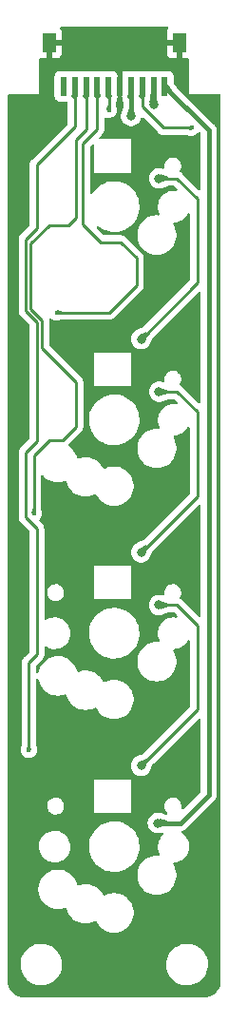
<source format=gtl>
G04 #@! TF.GenerationSoftware,KiCad,Pcbnew,7.0.8*
G04 #@! TF.CreationDate,2023-12-05T05:15:25-08:00*
G04 #@! TF.ProjectId,Seismos_4-Key,53656973-6d6f-4735-9f34-2d4b65792e6b,rev?*
G04 #@! TF.SameCoordinates,Original*
G04 #@! TF.FileFunction,Copper,L1,Top*
G04 #@! TF.FilePolarity,Positive*
%FSLAX46Y46*%
G04 Gerber Fmt 4.6, Leading zero omitted, Abs format (unit mm)*
G04 Created by KiCad (PCBNEW 7.0.8) date 2023-12-05 05:15:25*
%MOMM*%
%LPD*%
G01*
G04 APERTURE LIST*
G04 #@! TA.AperFunction,SMDPad,CuDef*
%ADD10R,0.600000X1.700000*%
G04 #@! TD*
G04 #@! TA.AperFunction,SMDPad,CuDef*
%ADD11R,1.200000X1.800000*%
G04 #@! TD*
G04 #@! TA.AperFunction,ViaPad*
%ADD12C,0.800000*%
G04 #@! TD*
G04 #@! TA.AperFunction,ViaPad*
%ADD13C,0.400000*%
G04 #@! TD*
G04 #@! TA.AperFunction,Conductor*
%ADD14C,0.254000*%
G04 #@! TD*
G04 #@! TA.AperFunction,Conductor*
%ADD15C,0.381000*%
G04 #@! TD*
G04 APERTURE END LIST*
D10*
X51500000Y-30286000D03*
X50500000Y-30286000D03*
X49500000Y-30285000D03*
X48500000Y-30285000D03*
X47500000Y-30285000D03*
X46500000Y-30285000D03*
X45500000Y-30285000D03*
X44500000Y-30285000D03*
X43500000Y-30285000D03*
X42500000Y-30285000D03*
D11*
X52800000Y-26410000D03*
X41200000Y-26410000D03*
D12*
X51000000Y-38500000D03*
X49400000Y-52800000D03*
X41800000Y-72300000D03*
X41800000Y-53300000D03*
X51900000Y-92800000D03*
X41800000Y-91300000D03*
X51900000Y-73800000D03*
X51900000Y-54800000D03*
X51900000Y-35800000D03*
X51000000Y-57500000D03*
X49400000Y-71800000D03*
X49400000Y-90800000D03*
X51000000Y-76500000D03*
D13*
X46530702Y-32400920D03*
X41900000Y-50450000D03*
X39844000Y-68347219D03*
X39400000Y-89400000D03*
D12*
X48500000Y-32950000D03*
D13*
X53900000Y-34000000D03*
D12*
X50500000Y-31900000D03*
X50900000Y-95900000D03*
D14*
X52600000Y-38500000D02*
X54400000Y-40300000D01*
X54400000Y-47800000D02*
X49400000Y-52800000D01*
X51000000Y-38500000D02*
X52600000Y-38500000D01*
X54400000Y-40300000D02*
X54400000Y-47800000D01*
D15*
X41700000Y-26400000D02*
X44800000Y-26400000D01*
X47500000Y-29100000D02*
X47500000Y-30285000D01*
X41700000Y-26400000D02*
X52300000Y-26400000D01*
X44800000Y-26400000D02*
X47500000Y-29100000D01*
D14*
X52600000Y-57500000D02*
X54400000Y-59300000D01*
X51000000Y-57500000D02*
X52600000Y-57500000D01*
X54400000Y-59300000D02*
X54400000Y-66800000D01*
X54400000Y-66800000D02*
X49400000Y-71800000D01*
X52600000Y-76500000D02*
X54400000Y-78300000D01*
X51000000Y-76500000D02*
X52600000Y-76500000D01*
X54400000Y-85800000D02*
X49400000Y-90800000D01*
X54400000Y-78300000D02*
X54400000Y-85800000D01*
X46530702Y-30315702D02*
X46500000Y-30285000D01*
X46530702Y-32400920D02*
X46530702Y-30315702D01*
X44200000Y-42600000D02*
X44200000Y-35392053D01*
X45800000Y-44200000D02*
X44200000Y-42600000D01*
X46550000Y-50450000D02*
X49000000Y-48000000D01*
X47600000Y-44200000D02*
X45800000Y-44200000D01*
X41900000Y-50450000D02*
X46550000Y-50450000D01*
X49000000Y-45600000D02*
X47600000Y-44200000D01*
X49000000Y-48000000D02*
X49000000Y-45600000D01*
X45500000Y-34092053D02*
X45500000Y-30285000D01*
X44200000Y-35392053D02*
X45500000Y-34092053D01*
X39571500Y-50101314D02*
X39571500Y-44328500D01*
X40581000Y-51110814D02*
X39571500Y-50101314D01*
X41200000Y-61800000D02*
X42400000Y-61800000D01*
X43600000Y-42000000D02*
X43600000Y-35050000D01*
X40581000Y-53631000D02*
X40581000Y-51110814D01*
X44500000Y-34150000D02*
X44500000Y-30285000D01*
X39844000Y-68347219D02*
X39844000Y-63156000D01*
X41200000Y-42700000D02*
X42900000Y-42700000D01*
X42400000Y-61800000D02*
X43600000Y-60600000D01*
X43600000Y-56650000D02*
X40581000Y-53631000D01*
X43600000Y-35050000D02*
X44500000Y-34150000D01*
X39571500Y-44328500D02*
X41200000Y-42700000D01*
X43600000Y-60600000D02*
X43600000Y-56650000D01*
X42900000Y-42700000D02*
X43600000Y-42000000D01*
X39844000Y-63156000D02*
X41200000Y-61800000D01*
X40127000Y-42901134D02*
X40127000Y-37327000D01*
X39117500Y-50289366D02*
X39117500Y-43910634D01*
X40127000Y-80901134D02*
X40127000Y-69698866D01*
X39117500Y-62910634D02*
X40127000Y-61901134D01*
X40100000Y-37300000D02*
X43500000Y-33900000D01*
X39400000Y-81628134D02*
X40127000Y-80901134D01*
X39400000Y-89400000D02*
X39400000Y-81628134D01*
X40127000Y-61901134D02*
X40127000Y-51298866D01*
X43500000Y-33900000D02*
X43500000Y-30285000D01*
X40127000Y-69698866D02*
X39117500Y-68689366D01*
X40127000Y-37327000D02*
X40100000Y-37300000D01*
X39117500Y-43910634D02*
X40127000Y-42901134D01*
X39117500Y-68689366D02*
X39117500Y-62910634D01*
X40127000Y-51298866D02*
X39117500Y-50289366D01*
D15*
X48500000Y-30285000D02*
X48500000Y-32950000D01*
D14*
X49500000Y-32100000D02*
X49500000Y-30285000D01*
X53900000Y-34000000D02*
X51400000Y-34000000D01*
X51400000Y-34000000D02*
X49500000Y-32100000D01*
D15*
X50500000Y-31900000D02*
X50500000Y-30286000D01*
X55425000Y-93375000D02*
X55425000Y-34211000D01*
X55425000Y-34211000D02*
X51500000Y-30286000D01*
X52900000Y-95900000D02*
X55425000Y-93375000D01*
X50900000Y-95900000D02*
X52900000Y-95900000D01*
G04 #@! TA.AperFunction,Conductor*
G36*
X41913720Y-50252504D02*
G01*
X42290401Y-50321248D01*
X42297924Y-50326105D01*
X42300000Y-50332758D01*
X42300000Y-50567241D01*
X42296573Y-50575514D01*
X42290401Y-50578751D01*
X41913731Y-50647494D01*
X41904977Y-50645608D01*
X41900120Y-50638085D01*
X41899930Y-50636043D01*
X41899627Y-50575514D01*
X41899000Y-50450000D01*
X41899930Y-50263955D01*
X41903398Y-50255701D01*
X41911689Y-50252315D01*
X41913720Y-50252504D01*
G37*
G04 #@! TD.AperFunction*
G04 #@! TA.AperFunction,Conductor*
G36*
X43510553Y-30314137D02*
G01*
X43511034Y-30315299D01*
X43798211Y-31129925D01*
X43797730Y-31138867D01*
X43797315Y-31139654D01*
X43630375Y-31429145D01*
X43623275Y-31434600D01*
X43620241Y-31435000D01*
X43379759Y-31435000D01*
X43371486Y-31431573D01*
X43369624Y-31429145D01*
X43202687Y-31139660D01*
X43201522Y-31130781D01*
X43201780Y-31129950D01*
X43488966Y-30315298D01*
X43494948Y-30308636D01*
X43503890Y-30308155D01*
X43510553Y-30314137D01*
G37*
G04 #@! TD.AperFunction*
G04 #@! TA.AperFunction,Conductor*
G36*
X49881616Y-90150245D02*
G01*
X50049754Y-90318383D01*
X50053181Y-90326656D01*
X50052132Y-90331498D01*
X49774221Y-90942801D01*
X49767677Y-90948914D01*
X49759118Y-90948779D01*
X49403804Y-90802563D01*
X49397457Y-90796245D01*
X49397436Y-90796195D01*
X49251220Y-90440881D01*
X49251241Y-90431927D01*
X49257196Y-90425779D01*
X49868503Y-90147866D01*
X49877450Y-90147563D01*
X49881616Y-90150245D01*
G37*
G04 #@! TD.AperFunction*
G04 #@! TA.AperFunction,Conductor*
G36*
X49881616Y-52150245D02*
G01*
X50049754Y-52318383D01*
X50053181Y-52326656D01*
X50052132Y-52331498D01*
X49774221Y-52942801D01*
X49767677Y-52948914D01*
X49759118Y-52948779D01*
X49403804Y-52802563D01*
X49397457Y-52796245D01*
X49397436Y-52796195D01*
X49251220Y-52440881D01*
X49251241Y-52431927D01*
X49257196Y-52425779D01*
X49868503Y-52147866D01*
X49877450Y-52147563D01*
X49881616Y-52150245D01*
G37*
G04 #@! TD.AperFunction*
G04 #@! TA.AperFunction,Conductor*
G36*
X49881616Y-71150245D02*
G01*
X50049754Y-71318383D01*
X50053181Y-71326656D01*
X50052132Y-71331498D01*
X49774221Y-71942801D01*
X49767677Y-71948914D01*
X49759118Y-71948779D01*
X49403804Y-71802563D01*
X49397457Y-71796245D01*
X49397436Y-71796195D01*
X49251220Y-71440881D01*
X49251241Y-71431927D01*
X49257196Y-71425779D01*
X49868503Y-71147866D01*
X49877450Y-71147563D01*
X49881616Y-71150245D01*
G37*
G04 #@! TD.AperFunction*
G04 #@! TA.AperFunction,Conductor*
G36*
X51792407Y-76370153D02*
G01*
X51798951Y-76376266D01*
X51800000Y-76381108D01*
X51800000Y-76618891D01*
X51796573Y-76627164D01*
X51792407Y-76629846D01*
X51163637Y-76865591D01*
X51154688Y-76865287D01*
X51148731Y-76859138D01*
X51000875Y-76504499D01*
X51000855Y-76495550D01*
X51148732Y-76140859D01*
X51155078Y-76134543D01*
X51163635Y-76134408D01*
X51792407Y-76370153D01*
G37*
G04 #@! TD.AperFunction*
G04 #@! TA.AperFunction,Conductor*
G36*
X51792407Y-57370153D02*
G01*
X51798951Y-57376266D01*
X51800000Y-57381108D01*
X51800000Y-57618891D01*
X51796573Y-57627164D01*
X51792407Y-57629846D01*
X51163637Y-57865591D01*
X51154688Y-57865287D01*
X51148731Y-57859138D01*
X51000875Y-57504499D01*
X51000855Y-57495550D01*
X51148732Y-57140859D01*
X51155078Y-57134543D01*
X51163635Y-57134408D01*
X51792407Y-57370153D01*
G37*
G04 #@! TD.AperFunction*
G04 #@! TA.AperFunction,Conductor*
G36*
X48510553Y-30314137D02*
G01*
X48511034Y-30315299D01*
X48798604Y-31131040D01*
X48798561Y-31138942D01*
X48693306Y-31427312D01*
X48687250Y-31433908D01*
X48682315Y-31435000D01*
X48317685Y-31435000D01*
X48309412Y-31431573D01*
X48306694Y-31427312D01*
X48293398Y-31390886D01*
X48201437Y-31138939D01*
X48201395Y-31131042D01*
X48488966Y-30315298D01*
X48494948Y-30308636D01*
X48503890Y-30308155D01*
X48510553Y-30314137D01*
G37*
G04 #@! TD.AperFunction*
G04 #@! TA.AperFunction,Conductor*
G36*
X51800241Y-30165341D02*
G01*
X51805357Y-30169485D01*
X52141286Y-30655401D01*
X52143172Y-30664155D01*
X52139935Y-30670327D01*
X51877428Y-30932835D01*
X51812374Y-30997888D01*
X51804101Y-31001315D01*
X51795828Y-30997888D01*
X51793295Y-30994100D01*
X51503789Y-30296134D01*
X51503785Y-30287181D01*
X51510112Y-30280847D01*
X51791287Y-30165316D01*
X51800241Y-30165341D01*
G37*
G04 #@! TD.AperFunction*
G04 #@! TA.AperFunction,Conductor*
G36*
X51792407Y-38370153D02*
G01*
X51798951Y-38376266D01*
X51800000Y-38381108D01*
X51800000Y-38618891D01*
X51796573Y-38627164D01*
X51792407Y-38629846D01*
X51163637Y-38865591D01*
X51154688Y-38865287D01*
X51148731Y-38859138D01*
X51000875Y-38504499D01*
X51000855Y-38495550D01*
X51148732Y-38140859D01*
X51155078Y-38134543D01*
X51163635Y-38134408D01*
X51792407Y-38370153D01*
G37*
G04 #@! TD.AperFunction*
G04 #@! TA.AperFunction,Conductor*
G36*
X45510553Y-30314137D02*
G01*
X45511034Y-30315299D01*
X45798211Y-31129925D01*
X45797730Y-31138867D01*
X45797315Y-31139654D01*
X45630375Y-31429145D01*
X45623275Y-31434600D01*
X45620241Y-31435000D01*
X45379759Y-31435000D01*
X45371486Y-31431573D01*
X45369624Y-31429145D01*
X45202687Y-31139660D01*
X45201522Y-31130781D01*
X45201780Y-31129950D01*
X45488966Y-30315298D01*
X45494948Y-30308636D01*
X45503890Y-30308155D01*
X45510553Y-30314137D01*
G37*
G04 #@! TD.AperFunction*
G04 #@! TA.AperFunction,Conductor*
G36*
X48689871Y-32153427D02*
G01*
X48692874Y-32158579D01*
X48866798Y-32786979D01*
X48865702Y-32795867D01*
X48860024Y-32800899D01*
X48504502Y-32949123D01*
X48495548Y-32949144D01*
X48495498Y-32949123D01*
X48139975Y-32800899D01*
X48133657Y-32794552D01*
X48133201Y-32786979D01*
X48307126Y-32158579D01*
X48312635Y-32151520D01*
X48318402Y-32150000D01*
X48681598Y-32150000D01*
X48689871Y-32153427D01*
G37*
G04 #@! TD.AperFunction*
G04 #@! TA.AperFunction,Conductor*
G36*
X50510553Y-30315137D02*
G01*
X50511034Y-30316299D01*
X50798604Y-31132040D01*
X50798561Y-31139942D01*
X50693306Y-31428312D01*
X50687250Y-31434908D01*
X50682315Y-31436000D01*
X50317685Y-31436000D01*
X50309412Y-31432573D01*
X50306694Y-31428312D01*
X50293398Y-31391886D01*
X50201437Y-31139939D01*
X50201395Y-31132042D01*
X50488966Y-30316298D01*
X50494948Y-30309636D01*
X50503890Y-30309155D01*
X50510553Y-30315137D01*
G37*
G04 #@! TD.AperFunction*
G04 #@! TA.AperFunction,Conductor*
G36*
X39969515Y-67950646D02*
G01*
X39972752Y-67956818D01*
X40041494Y-68333487D01*
X40039608Y-68342241D01*
X40032085Y-68347098D01*
X40030043Y-68347288D01*
X39844000Y-68348219D01*
X39657956Y-68347288D01*
X39649701Y-68343820D01*
X39646315Y-68335529D01*
X39646503Y-68333499D01*
X39715248Y-67956817D01*
X39720105Y-67949295D01*
X39726758Y-67947219D01*
X39961242Y-67947219D01*
X39969515Y-67950646D01*
G37*
G04 #@! TD.AperFunction*
G04 #@! TA.AperFunction,Conductor*
G36*
X39525515Y-89003427D02*
G01*
X39528752Y-89009599D01*
X39597494Y-89386268D01*
X39595608Y-89395022D01*
X39588085Y-89399879D01*
X39586043Y-89400069D01*
X39400000Y-89401000D01*
X39213956Y-89400069D01*
X39205701Y-89396601D01*
X39202315Y-89388310D01*
X39202503Y-89386280D01*
X39271248Y-89009598D01*
X39276105Y-89002076D01*
X39282758Y-89000000D01*
X39517242Y-89000000D01*
X39525515Y-89003427D01*
G37*
G04 #@! TD.AperFunction*
G04 #@! TA.AperFunction,Conductor*
G36*
X49510553Y-30314137D02*
G01*
X49511034Y-30315299D01*
X49798211Y-31129925D01*
X49797730Y-31138867D01*
X49797315Y-31139654D01*
X49630375Y-31429145D01*
X49623275Y-31434600D01*
X49620241Y-31435000D01*
X49379759Y-31435000D01*
X49371486Y-31431573D01*
X49369624Y-31429145D01*
X49202687Y-31139660D01*
X49201522Y-31130781D01*
X49201780Y-31129950D01*
X49488966Y-30315298D01*
X49494948Y-30308636D01*
X49503890Y-30308155D01*
X49510553Y-30314137D01*
G37*
G04 #@! TD.AperFunction*
G04 #@! TA.AperFunction,Conductor*
G36*
X46656217Y-32004347D02*
G01*
X46659454Y-32010519D01*
X46728196Y-32387188D01*
X46726310Y-32395942D01*
X46718787Y-32400799D01*
X46716745Y-32400989D01*
X46530702Y-32401920D01*
X46344658Y-32400989D01*
X46336403Y-32397521D01*
X46333017Y-32389230D01*
X46333205Y-32387200D01*
X46401950Y-32010518D01*
X46406807Y-32002996D01*
X46413460Y-32000920D01*
X46647944Y-32000920D01*
X46656217Y-32004347D01*
G37*
G04 #@! TD.AperFunction*
G04 #@! TA.AperFunction,Conductor*
G36*
X44510553Y-30314137D02*
G01*
X44511034Y-30315299D01*
X44798211Y-31129925D01*
X44797730Y-31138867D01*
X44797315Y-31139654D01*
X44630375Y-31429145D01*
X44623275Y-31434600D01*
X44620241Y-31435000D01*
X44379759Y-31435000D01*
X44371486Y-31431573D01*
X44369624Y-31429145D01*
X44202687Y-31139660D01*
X44201522Y-31130781D01*
X44201780Y-31129950D01*
X44488966Y-30315298D01*
X44494948Y-30308636D01*
X44503890Y-30308155D01*
X44510553Y-30314137D01*
G37*
G04 #@! TD.AperFunction*
G04 #@! TA.AperFunction,Conductor*
G36*
X53895022Y-33804391D02*
G01*
X53899879Y-33811914D01*
X53900069Y-33813956D01*
X53901000Y-34000000D01*
X53900069Y-34186043D01*
X53896601Y-34194298D01*
X53888310Y-34197684D01*
X53886268Y-34197494D01*
X53509599Y-34128751D01*
X53502076Y-34123894D01*
X53500000Y-34117241D01*
X53500000Y-33882758D01*
X53503427Y-33874485D01*
X53509598Y-33871248D01*
X53886270Y-33802505D01*
X53895022Y-33804391D01*
G37*
G04 #@! TD.AperFunction*
G04 #@! TA.AperFunction,Conductor*
G36*
X46510863Y-30315118D02*
G01*
X46511467Y-30316530D01*
X46798396Y-31130452D01*
X46797933Y-31139356D01*
X46660873Y-31428314D01*
X46654231Y-31434320D01*
X46650302Y-31435000D01*
X46410305Y-31435000D01*
X46402032Y-31431573D01*
X46400289Y-31429347D01*
X46399665Y-31428314D01*
X46225360Y-31139583D01*
X46224018Y-31130729D01*
X46224252Y-31129910D01*
X46489310Y-30316792D01*
X46495131Y-30309990D01*
X46504059Y-30309296D01*
X46510863Y-30315118D01*
G37*
G04 #@! TD.AperFunction*
G04 #@! TA.AperFunction,Conductor*
G36*
X50689871Y-31103427D02*
G01*
X50692874Y-31108579D01*
X50866798Y-31736979D01*
X50865702Y-31745867D01*
X50860024Y-31750899D01*
X50504502Y-31899123D01*
X50495548Y-31899144D01*
X50495498Y-31899123D01*
X50139975Y-31750899D01*
X50133657Y-31744552D01*
X50133201Y-31736979D01*
X50307126Y-31108579D01*
X50312635Y-31101520D01*
X50318402Y-31100000D01*
X50681598Y-31100000D01*
X50689871Y-31103427D01*
G37*
G04 #@! TD.AperFunction*
G04 #@! TA.AperFunction,Conductor*
G36*
X51691422Y-95707125D02*
G01*
X51698480Y-95712634D01*
X51700000Y-95718401D01*
X51700000Y-96081598D01*
X51696573Y-96089871D01*
X51691421Y-96092874D01*
X51063020Y-96266798D01*
X51054132Y-96265702D01*
X51049101Y-96260025D01*
X50900875Y-95904499D01*
X50900855Y-95895550D01*
X51049101Y-95539973D01*
X51055447Y-95533657D01*
X51063020Y-95533201D01*
X51691422Y-95707125D01*
G37*
G04 #@! TD.AperFunction*
G04 #@! TA.AperFunction,Conductor*
G36*
X51776148Y-25020185D02*
G01*
X51821903Y-25072989D01*
X51831847Y-25142147D01*
X51808375Y-25198812D01*
X51756647Y-25267910D01*
X51756645Y-25267913D01*
X51706403Y-25402620D01*
X51706401Y-25402627D01*
X51700000Y-25462155D01*
X51700000Y-26160000D01*
X52926000Y-26160000D01*
X52993039Y-26179685D01*
X53038794Y-26232489D01*
X53050000Y-26284000D01*
X53050000Y-27810000D01*
X53447828Y-27810000D01*
X53447844Y-27809999D01*
X53507372Y-27803598D01*
X53507377Y-27803597D01*
X53532164Y-27794352D01*
X53601856Y-27789366D01*
X53663180Y-27822850D01*
X53696666Y-27884173D01*
X53699500Y-27910533D01*
X53699500Y-30975467D01*
X53699416Y-30975889D01*
X53699459Y-31000001D01*
X53699500Y-31000099D01*
X53699616Y-31000382D01*
X53699618Y-31000384D01*
X53699808Y-31000462D01*
X53700000Y-31000541D01*
X53700002Y-31000539D01*
X53724616Y-31000524D01*
X53724616Y-31000528D01*
X53724760Y-31000500D01*
X56375500Y-31000500D01*
X56442539Y-31020185D01*
X56488294Y-31072989D01*
X56499500Y-31124500D01*
X56499500Y-109937121D01*
X56499342Y-109941547D01*
X56494397Y-110010658D01*
X56483002Y-110155690D01*
X56481774Y-110164023D01*
X56460700Y-110260899D01*
X56433250Y-110375226D01*
X56431051Y-110382426D01*
X56394610Y-110480124D01*
X56351227Y-110584852D01*
X56348361Y-110590842D01*
X56298058Y-110682963D01*
X56296505Y-110685646D01*
X56238774Y-110779849D01*
X56235543Y-110784611D01*
X56172178Y-110869254D01*
X56169689Y-110872365D01*
X56098352Y-110955888D01*
X56095046Y-110959464D01*
X56020139Y-111034368D01*
X56016563Y-111037674D01*
X55933016Y-111109028D01*
X55929905Y-111111517D01*
X55845299Y-111174851D01*
X55840536Y-111178083D01*
X55746279Y-111235843D01*
X55743596Y-111237397D01*
X55651513Y-111287676D01*
X55645522Y-111290541D01*
X55540768Y-111333932D01*
X55538583Y-111334748D01*
X55443100Y-111370359D01*
X55435902Y-111372556D01*
X55321544Y-111400012D01*
X55224667Y-111421086D01*
X55216344Y-111422313D01*
X55075209Y-111433421D01*
X55001648Y-111438682D01*
X54997224Y-111438840D01*
X39002214Y-111438840D01*
X38997792Y-111438682D01*
X38931965Y-111433974D01*
X38783087Y-111422231D01*
X38774774Y-111421004D01*
X38682069Y-111400838D01*
X38563469Y-111372365D01*
X38556269Y-111370167D01*
X38461307Y-111334748D01*
X38354577Y-111290541D01*
X38353804Y-111290221D01*
X38347817Y-111287356D01*
X38257765Y-111238184D01*
X38255084Y-111236632D01*
X38158762Y-111177608D01*
X38153999Y-111174376D01*
X38071048Y-111112281D01*
X38067952Y-111109805D01*
X37982688Y-111036984D01*
X37979123Y-111033689D01*
X37905639Y-110960205D01*
X37902333Y-110956629D01*
X37868050Y-110916490D01*
X37829525Y-110871384D01*
X37827039Y-110868277D01*
X37764945Y-110785331D01*
X37761719Y-110780577D01*
X37702662Y-110684210D01*
X37701143Y-110681586D01*
X37651958Y-110591513D01*
X37649093Y-110585524D01*
X37604569Y-110478041D01*
X37599725Y-110465054D01*
X37569131Y-110383036D01*
X37566952Y-110375897D01*
X37538465Y-110257251D01*
X37533193Y-110233020D01*
X37518302Y-110164575D01*
X37517078Y-110156269D01*
X37505041Y-110003380D01*
X37500658Y-109942119D01*
X37500500Y-109937694D01*
X37500500Y-108567763D01*
X38645787Y-108567763D01*
X38675413Y-108837013D01*
X38675415Y-108837024D01*
X38743926Y-109099082D01*
X38743928Y-109099088D01*
X38849870Y-109348390D01*
X38921998Y-109466575D01*
X38990979Y-109579605D01*
X38990986Y-109579615D01*
X39164253Y-109787819D01*
X39164259Y-109787824D01*
X39365998Y-109968582D01*
X39591910Y-110118044D01*
X39837176Y-110233020D01*
X39837183Y-110233022D01*
X39837185Y-110233023D01*
X40096557Y-110311057D01*
X40096564Y-110311058D01*
X40096569Y-110311060D01*
X40364561Y-110350500D01*
X40364566Y-110350500D01*
X40567636Y-110350500D01*
X40619133Y-110346730D01*
X40770156Y-110335677D01*
X40882758Y-110310593D01*
X41034546Y-110276782D01*
X41034548Y-110276781D01*
X41034553Y-110276780D01*
X41287558Y-110180014D01*
X41523777Y-110047441D01*
X41738177Y-109881888D01*
X41926186Y-109686881D01*
X42083799Y-109466579D01*
X42157787Y-109322669D01*
X42207649Y-109225690D01*
X42207651Y-109225684D01*
X42207656Y-109225675D01*
X42295118Y-108969305D01*
X42344319Y-108702933D01*
X42349259Y-108567763D01*
X51645787Y-108567763D01*
X51675413Y-108837013D01*
X51675415Y-108837024D01*
X51743926Y-109099082D01*
X51743928Y-109099088D01*
X51849870Y-109348390D01*
X51921998Y-109466575D01*
X51990979Y-109579605D01*
X51990986Y-109579615D01*
X52164253Y-109787819D01*
X52164259Y-109787824D01*
X52365998Y-109968582D01*
X52591910Y-110118044D01*
X52837176Y-110233020D01*
X52837183Y-110233022D01*
X52837185Y-110233023D01*
X53096557Y-110311057D01*
X53096564Y-110311058D01*
X53096569Y-110311060D01*
X53364561Y-110350500D01*
X53364566Y-110350500D01*
X53567636Y-110350500D01*
X53619133Y-110346730D01*
X53770156Y-110335677D01*
X53882758Y-110310593D01*
X54034546Y-110276782D01*
X54034548Y-110276781D01*
X54034553Y-110276780D01*
X54287558Y-110180014D01*
X54523777Y-110047441D01*
X54738177Y-109881888D01*
X54926186Y-109686881D01*
X55083799Y-109466579D01*
X55157787Y-109322669D01*
X55207649Y-109225690D01*
X55207651Y-109225684D01*
X55207656Y-109225675D01*
X55295118Y-108969305D01*
X55344319Y-108702933D01*
X55354212Y-108432235D01*
X55324586Y-108162982D01*
X55256072Y-107900912D01*
X55150130Y-107651610D01*
X55009018Y-107420390D01*
X54919747Y-107313119D01*
X54835746Y-107212180D01*
X54835740Y-107212175D01*
X54634002Y-107031418D01*
X54408092Y-106881957D01*
X54408090Y-106881956D01*
X54162824Y-106766980D01*
X54162819Y-106766978D01*
X54162814Y-106766976D01*
X53903442Y-106688942D01*
X53903428Y-106688939D01*
X53787791Y-106671921D01*
X53635439Y-106649500D01*
X53432369Y-106649500D01*
X53432364Y-106649500D01*
X53229844Y-106664323D01*
X53229831Y-106664325D01*
X52965453Y-106723217D01*
X52965446Y-106723220D01*
X52712439Y-106819987D01*
X52476226Y-106952557D01*
X52261822Y-107118112D01*
X52073822Y-107313109D01*
X52073816Y-107313116D01*
X51916202Y-107533419D01*
X51916199Y-107533424D01*
X51792350Y-107774309D01*
X51792343Y-107774327D01*
X51704884Y-108030685D01*
X51704881Y-108030699D01*
X51655681Y-108297068D01*
X51655680Y-108297075D01*
X51645787Y-108567763D01*
X42349259Y-108567763D01*
X42354212Y-108432235D01*
X42324586Y-108162982D01*
X42256072Y-107900912D01*
X42150130Y-107651610D01*
X42009018Y-107420390D01*
X41919747Y-107313119D01*
X41835746Y-107212180D01*
X41835740Y-107212175D01*
X41634002Y-107031418D01*
X41408092Y-106881957D01*
X41408090Y-106881956D01*
X41162824Y-106766980D01*
X41162819Y-106766978D01*
X41162814Y-106766976D01*
X40903442Y-106688942D01*
X40903428Y-106688939D01*
X40787791Y-106671921D01*
X40635439Y-106649500D01*
X40432369Y-106649500D01*
X40432364Y-106649500D01*
X40229844Y-106664323D01*
X40229831Y-106664325D01*
X39965453Y-106723217D01*
X39965446Y-106723220D01*
X39712439Y-106819987D01*
X39476226Y-106952557D01*
X39261822Y-107118112D01*
X39073822Y-107313109D01*
X39073816Y-107313116D01*
X38916202Y-107533419D01*
X38916199Y-107533424D01*
X38792350Y-107774309D01*
X38792343Y-107774327D01*
X38704884Y-108030685D01*
X38704881Y-108030699D01*
X38655681Y-108297068D01*
X38655680Y-108297075D01*
X38645787Y-108567763D01*
X37500500Y-108567763D01*
X37500500Y-101931187D01*
X40249500Y-101931187D01*
X40269794Y-102065823D01*
X40288604Y-102190615D01*
X40288605Y-102190617D01*
X40288606Y-102190623D01*
X40365938Y-102441326D01*
X40479767Y-102677696D01*
X40479768Y-102677697D01*
X40479770Y-102677700D01*
X40479772Y-102677704D01*
X40627567Y-102894479D01*
X40806014Y-103086801D01*
X40806018Y-103086804D01*
X40806019Y-103086805D01*
X41011143Y-103250386D01*
X41238357Y-103381568D01*
X41482584Y-103477420D01*
X41738370Y-103535802D01*
X41738376Y-103535802D01*
X41738379Y-103535803D01*
X41934500Y-103550500D01*
X41934506Y-103550500D01*
X42065500Y-103550500D01*
X42261620Y-103535803D01*
X42261622Y-103535802D01*
X42261630Y-103535802D01*
X42517416Y-103477420D01*
X42601111Y-103444571D01*
X42670705Y-103438403D01*
X42732588Y-103470840D01*
X42764900Y-103523448D01*
X42825937Y-103721323D01*
X42825938Y-103721326D01*
X42939767Y-103957696D01*
X42939768Y-103957697D01*
X42939770Y-103957700D01*
X42939772Y-103957704D01*
X42989869Y-104031182D01*
X43087567Y-104174479D01*
X43266014Y-104366801D01*
X43266018Y-104366804D01*
X43266019Y-104366805D01*
X43471143Y-104530386D01*
X43698357Y-104661568D01*
X43942584Y-104757420D01*
X44198370Y-104815802D01*
X44198376Y-104815802D01*
X44198379Y-104815803D01*
X44394500Y-104830500D01*
X44394506Y-104830500D01*
X44525500Y-104830500D01*
X44721620Y-104815803D01*
X44721622Y-104815802D01*
X44721630Y-104815802D01*
X44977416Y-104757420D01*
X45221643Y-104661568D01*
X45221646Y-104661566D01*
X45221647Y-104661566D01*
X45264118Y-104637045D01*
X45332018Y-104620571D01*
X45398045Y-104643423D01*
X45437839Y-104690630D01*
X45479767Y-104777695D01*
X45479768Y-104777697D01*
X45479770Y-104777700D01*
X45479772Y-104777704D01*
X45505747Y-104815802D01*
X45627567Y-104994479D01*
X45806014Y-105186801D01*
X45806018Y-105186804D01*
X45806019Y-105186805D01*
X46011143Y-105350386D01*
X46238357Y-105481568D01*
X46482584Y-105577420D01*
X46738370Y-105635802D01*
X46738376Y-105635802D01*
X46738379Y-105635803D01*
X46934500Y-105650500D01*
X46934506Y-105650500D01*
X47065500Y-105650500D01*
X47261620Y-105635803D01*
X47261622Y-105635802D01*
X47261630Y-105635802D01*
X47517416Y-105577420D01*
X47761643Y-105481568D01*
X47988857Y-105350386D01*
X48193981Y-105186805D01*
X48372433Y-104994479D01*
X48520228Y-104777704D01*
X48634063Y-104541323D01*
X48711396Y-104290615D01*
X48750500Y-104031182D01*
X48750500Y-103768818D01*
X48711396Y-103509385D01*
X48634063Y-103258677D01*
X48551292Y-103086801D01*
X48520232Y-103022303D01*
X48520231Y-103022302D01*
X48520230Y-103022301D01*
X48520228Y-103022296D01*
X48372433Y-102805521D01*
X48362441Y-102794753D01*
X48193985Y-102613198D01*
X48154533Y-102581736D01*
X47988857Y-102449614D01*
X47761643Y-102318432D01*
X47517416Y-102222580D01*
X47517411Y-102222578D01*
X47517402Y-102222576D01*
X47299818Y-102172914D01*
X47261630Y-102164198D01*
X47261629Y-102164197D01*
X47261625Y-102164197D01*
X47261620Y-102164196D01*
X47065500Y-102149500D01*
X47065494Y-102149500D01*
X46934506Y-102149500D01*
X46934500Y-102149500D01*
X46738379Y-102164196D01*
X46738374Y-102164197D01*
X46482597Y-102222576D01*
X46482578Y-102222582D01*
X46238363Y-102318429D01*
X46238357Y-102318432D01*
X46195877Y-102342957D01*
X46127977Y-102359427D01*
X46061951Y-102336574D01*
X46022160Y-102289369D01*
X45980232Y-102202303D01*
X45980231Y-102202302D01*
X45980230Y-102202301D01*
X45980228Y-102202296D01*
X45832433Y-101985521D01*
X45782014Y-101931182D01*
X45653985Y-101793198D01*
X45498017Y-101668818D01*
X45448857Y-101629614D01*
X45221643Y-101498432D01*
X44977416Y-101402580D01*
X44977411Y-101402578D01*
X44977402Y-101402576D01*
X44759818Y-101352914D01*
X44721630Y-101344198D01*
X44721629Y-101344197D01*
X44721625Y-101344197D01*
X44721620Y-101344196D01*
X44525500Y-101329500D01*
X44525494Y-101329500D01*
X44394506Y-101329500D01*
X44394500Y-101329500D01*
X44198379Y-101344196D01*
X44198374Y-101344197D01*
X43942585Y-101402579D01*
X43858890Y-101435426D01*
X43789293Y-101441593D01*
X43727410Y-101409155D01*
X43695098Y-101356547D01*
X43641048Y-101181323D01*
X43634063Y-101158677D01*
X43622121Y-101133880D01*
X43520232Y-100922303D01*
X43520231Y-100922302D01*
X43520230Y-100922301D01*
X43520228Y-100922296D01*
X43372433Y-100705521D01*
X43340571Y-100671182D01*
X43193985Y-100513198D01*
X43063095Y-100408817D01*
X42988857Y-100349614D01*
X42761643Y-100218432D01*
X42517416Y-100122580D01*
X42517411Y-100122578D01*
X42517402Y-100122576D01*
X42299818Y-100072914D01*
X42261630Y-100064198D01*
X42261629Y-100064197D01*
X42261625Y-100064197D01*
X42261620Y-100064196D01*
X42065500Y-100049500D01*
X42065494Y-100049500D01*
X41934506Y-100049500D01*
X41934500Y-100049500D01*
X41738379Y-100064196D01*
X41738374Y-100064197D01*
X41482597Y-100122576D01*
X41482578Y-100122582D01*
X41238356Y-100218432D01*
X41011143Y-100349614D01*
X40806014Y-100513198D01*
X40627567Y-100705520D01*
X40479768Y-100922302D01*
X40479767Y-100922303D01*
X40365938Y-101158673D01*
X40288606Y-101409376D01*
X40288605Y-101409381D01*
X40288604Y-101409385D01*
X40276660Y-101488626D01*
X40249500Y-101668812D01*
X40249500Y-101931187D01*
X37500500Y-101931187D01*
X37500500Y-97940346D01*
X40295702Y-97940346D01*
X40305819Y-98178528D01*
X40305819Y-98178532D01*
X40356045Y-98411580D01*
X40440877Y-98622689D01*
X40444936Y-98632790D01*
X40569931Y-98835795D01*
X40727436Y-99014755D01*
X40912920Y-99164523D01*
X41121046Y-99280790D01*
X41246951Y-99325275D01*
X41345829Y-99360211D01*
X41580790Y-99400499D01*
X41580798Y-99400499D01*
X41580800Y-99400500D01*
X41580801Y-99400500D01*
X41759502Y-99400500D01*
X41937536Y-99385347D01*
X41937539Y-99385346D01*
X41937541Y-99385346D01*
X42168249Y-99325275D01*
X42327707Y-99253195D01*
X42385480Y-99227080D01*
X42385481Y-99227078D01*
X42385486Y-99227077D01*
X42583003Y-99093579D01*
X42755118Y-98928621D01*
X42896879Y-98736947D01*
X43004207Y-98524074D01*
X43074016Y-98296123D01*
X43102285Y-98075373D01*
X44745723Y-98075373D01*
X44775881Y-98375160D01*
X44775882Y-98375162D01*
X44845728Y-98668252D01*
X44845733Y-98668266D01*
X44954020Y-98949427D01*
X44954024Y-98949436D01*
X45098825Y-99213665D01*
X45098829Y-99213671D01*
X45206801Y-99360211D01*
X45277554Y-99456238D01*
X45277561Y-99456245D01*
X45487019Y-99672823D01*
X45723478Y-99859553D01*
X45723480Y-99859554D01*
X45723485Y-99859558D01*
X45982730Y-100013109D01*
X46260128Y-100130736D01*
X46550729Y-100210340D01*
X46849347Y-100250500D01*
X46849351Y-100250500D01*
X47075252Y-100250500D01*
X47239164Y-100239526D01*
X47300634Y-100235412D01*
X47595903Y-100175396D01*
X47880537Y-100076560D01*
X48149459Y-99940668D01*
X48397869Y-99770144D01*
X48621333Y-99568032D01*
X48815865Y-99337939D01*
X48977993Y-99083970D01*
X49104823Y-98810658D01*
X49194093Y-98522879D01*
X49244209Y-98225770D01*
X49254277Y-97924631D01*
X49224118Y-97624838D01*
X49154269Y-97331739D01*
X49045977Y-97050566D01*
X48901175Y-96786335D01*
X48722446Y-96543762D01*
X48512980Y-96327176D01*
X48276521Y-96140446D01*
X48276517Y-96140443D01*
X48276515Y-96140442D01*
X48017270Y-95986891D01*
X47739872Y-95869264D01*
X47739863Y-95869261D01*
X47449272Y-95789660D01*
X47374616Y-95779620D01*
X47150653Y-95749500D01*
X46924756Y-95749500D01*
X46924748Y-95749500D01*
X46699368Y-95764587D01*
X46699359Y-95764589D01*
X46404094Y-95824604D01*
X46119464Y-95923439D01*
X46119459Y-95923441D01*
X45850546Y-96059328D01*
X45602125Y-96229860D01*
X45378665Y-96431969D01*
X45184132Y-96662064D01*
X45022006Y-96916030D01*
X45022005Y-96916032D01*
X44906842Y-97164205D01*
X44895177Y-97189342D01*
X44895176Y-97189346D01*
X44805907Y-97477118D01*
X44787133Y-97588419D01*
X44755791Y-97774230D01*
X44746249Y-98059654D01*
X44745723Y-98075373D01*
X43102285Y-98075373D01*
X43104298Y-98059654D01*
X43094180Y-97821468D01*
X43083999Y-97774230D01*
X43043954Y-97588419D01*
X42955064Y-97367211D01*
X42955064Y-97367210D01*
X42830069Y-97164205D01*
X42672564Y-96985245D01*
X42487080Y-96835477D01*
X42364036Y-96766740D01*
X42278955Y-96719210D01*
X42054170Y-96639788D01*
X41819209Y-96599500D01*
X41819200Y-96599500D01*
X41640503Y-96599500D01*
X41640498Y-96599500D01*
X41462463Y-96614652D01*
X41231751Y-96674724D01*
X41014519Y-96772919D01*
X41014511Y-96772924D01*
X40817006Y-96906413D01*
X40816997Y-96906421D01*
X40644881Y-97071379D01*
X40503123Y-97263050D01*
X40503120Y-97263054D01*
X40395796Y-97475920D01*
X40395793Y-97475926D01*
X40325983Y-97703878D01*
X40295702Y-97940346D01*
X37500500Y-97940346D01*
X37500500Y-94428133D01*
X41025668Y-94428133D01*
X41041613Y-94518555D01*
X41056135Y-94600911D01*
X41125623Y-94762004D01*
X41125624Y-94762006D01*
X41125626Y-94762009D01*
X41180278Y-94835418D01*
X41230390Y-94902730D01*
X41364786Y-95015502D01*
X41442488Y-95054525D01*
X41521562Y-95094238D01*
X41521563Y-95094238D01*
X41521567Y-95094240D01*
X41692279Y-95134700D01*
X41692282Y-95134700D01*
X41823701Y-95134700D01*
X41823709Y-95134700D01*
X41954255Y-95119441D01*
X42119117Y-95059437D01*
X42253139Y-94971289D01*
X45237416Y-94971289D01*
X45237459Y-94995401D01*
X45237500Y-94995499D01*
X45237616Y-94995782D01*
X45237618Y-94995784D01*
X45237808Y-94995862D01*
X45238000Y-94995941D01*
X45238002Y-94995939D01*
X45262616Y-94995924D01*
X45262616Y-94995928D01*
X45262760Y-94995900D01*
X48453240Y-94995900D01*
X48453383Y-94995928D01*
X48453384Y-94995924D01*
X48477997Y-94995939D01*
X48478000Y-94995941D01*
X48478383Y-94995783D01*
X48478500Y-94995499D01*
X48478541Y-94995400D01*
X48478540Y-94995397D01*
X48478583Y-94971289D01*
X48478500Y-94970867D01*
X48478500Y-92033359D01*
X48478528Y-92033216D01*
X48478524Y-92033216D01*
X48478539Y-92008602D01*
X48478541Y-92008600D01*
X48478462Y-92008408D01*
X48478384Y-92008218D01*
X48478382Y-92008216D01*
X48478099Y-92008100D01*
X48478000Y-92008059D01*
X48453446Y-92008059D01*
X48453240Y-92008100D01*
X45262760Y-92008100D01*
X45262554Y-92008059D01*
X45238000Y-92008059D01*
X45237901Y-92008100D01*
X45237617Y-92008216D01*
X45237615Y-92008218D01*
X45237459Y-92008599D01*
X45237476Y-92033216D01*
X45237471Y-92033216D01*
X45237500Y-92033359D01*
X45237500Y-94970867D01*
X45237416Y-94971289D01*
X42253139Y-94971289D01*
X42265696Y-94963030D01*
X42386092Y-94835418D01*
X42473812Y-94683481D01*
X42524130Y-94515410D01*
X42534331Y-94340265D01*
X42503865Y-94167489D01*
X42434377Y-94006396D01*
X42329610Y-93865670D01*
X42301315Y-93841928D01*
X42195214Y-93752898D01*
X42195212Y-93752897D01*
X42038437Y-93674161D01*
X42038433Y-93674160D01*
X41867721Y-93633700D01*
X41736291Y-93633700D01*
X41631854Y-93645907D01*
X41605743Y-93648959D01*
X41605740Y-93648960D01*
X41440884Y-93708962D01*
X41440880Y-93708964D01*
X41294306Y-93805367D01*
X41294305Y-93805368D01*
X41173910Y-93932978D01*
X41086188Y-94084918D01*
X41035870Y-94252989D01*
X41035869Y-94252994D01*
X41025668Y-94428133D01*
X37500500Y-94428133D01*
X37500500Y-62890511D01*
X38477265Y-62890511D01*
X38481725Y-62937693D01*
X38482000Y-62943531D01*
X38482000Y-68605517D01*
X38480258Y-68621293D01*
X38480526Y-68621319D01*
X38479792Y-68629084D01*
X38482000Y-68699351D01*
X38482000Y-68729349D01*
X38482887Y-68736379D01*
X38483345Y-68742198D01*
X38484834Y-68789569D01*
X38484835Y-68789573D01*
X38490557Y-68809271D01*
X38494500Y-68828312D01*
X38497071Y-68848654D01*
X38497074Y-68848669D01*
X38514516Y-68892725D01*
X38516407Y-68898249D01*
X38529630Y-68943757D01*
X38529631Y-68943759D01*
X38539685Y-68960760D01*
X38540070Y-68961410D01*
X38548628Y-68978880D01*
X38556179Y-68997951D01*
X38556182Y-68997957D01*
X38584042Y-69036302D01*
X38587249Y-69041185D01*
X38611366Y-69081964D01*
X38611370Y-69081968D01*
X38625864Y-69096462D01*
X38638496Y-69111251D01*
X38650558Y-69127853D01*
X38687075Y-69158062D01*
X38691386Y-69161984D01*
X39089306Y-69559904D01*
X39455181Y-69925779D01*
X39488666Y-69987102D01*
X39491500Y-70013460D01*
X39491500Y-80586538D01*
X39471815Y-80653577D01*
X39455181Y-80674219D01*
X39009921Y-81119478D01*
X38997531Y-81129406D01*
X38997702Y-81129613D01*
X38991696Y-81134581D01*
X38966878Y-81161009D01*
X38943573Y-81185827D01*
X38936503Y-81192897D01*
X38922365Y-81207034D01*
X38922363Y-81207036D01*
X38918008Y-81212650D01*
X38914218Y-81217087D01*
X38881782Y-81251628D01*
X38881781Y-81251630D01*
X38871900Y-81269602D01*
X38861225Y-81285853D01*
X38848652Y-81302063D01*
X38848649Y-81302067D01*
X38829827Y-81345562D01*
X38827257Y-81350808D01*
X38804430Y-81392331D01*
X38799329Y-81412198D01*
X38793030Y-81430596D01*
X38784884Y-81449421D01*
X38784881Y-81449430D01*
X38777469Y-81496232D01*
X38776284Y-81501954D01*
X38764500Y-81547845D01*
X38764500Y-81568359D01*
X38762973Y-81587758D01*
X38759765Y-81608011D01*
X38764225Y-81655193D01*
X38764500Y-81661031D01*
X38764500Y-88914906D01*
X38762485Y-88937169D01*
X38713216Y-89207124D01*
X38707181Y-89228811D01*
X38707036Y-89229192D01*
X38707035Y-89229195D01*
X38702975Y-89262634D01*
X38702419Y-89266291D01*
X38697349Y-89294077D01*
X38695314Y-89305226D01*
X38692234Y-89327657D01*
X38691003Y-89340951D01*
X38691078Y-89356550D01*
X38690627Y-89364329D01*
X38686296Y-89399999D01*
X38686296Y-89400000D01*
X38707034Y-89570801D01*
X38768045Y-89731673D01*
X38865786Y-89873274D01*
X38865789Y-89873277D01*
X38994567Y-89987365D01*
X38994568Y-89987365D01*
X38994570Y-89987367D01*
X39146917Y-90067325D01*
X39146919Y-90067325D01*
X39146920Y-90067326D01*
X39313972Y-90108500D01*
X39486028Y-90108500D01*
X39653079Y-90067326D01*
X39653079Y-90067325D01*
X39653083Y-90067325D01*
X39805430Y-89987367D01*
X39934215Y-89873273D01*
X40031954Y-89731675D01*
X40092965Y-89570801D01*
X40113704Y-89400000D01*
X40103772Y-89318216D01*
X40103367Y-89313101D01*
X40102650Y-89294077D01*
X40097579Y-89266291D01*
X40097025Y-89262642D01*
X40092965Y-89229200D01*
X40092823Y-89228825D01*
X40086778Y-89207111D01*
X40037515Y-88937172D01*
X40035500Y-88914910D01*
X40035500Y-83166043D01*
X40055185Y-83099004D01*
X40107989Y-83053249D01*
X40177147Y-83043305D01*
X40240703Y-83072330D01*
X40278477Y-83131108D01*
X40282113Y-83147554D01*
X40288604Y-83190615D01*
X40288605Y-83190617D01*
X40288606Y-83190623D01*
X40365938Y-83441326D01*
X40479767Y-83677696D01*
X40479768Y-83677697D01*
X40479770Y-83677700D01*
X40479772Y-83677704D01*
X40627567Y-83894479D01*
X40806014Y-84086801D01*
X40806018Y-84086804D01*
X40806019Y-84086805D01*
X41011143Y-84250386D01*
X41238357Y-84381568D01*
X41482584Y-84477420D01*
X41738370Y-84535802D01*
X41738376Y-84535802D01*
X41738379Y-84535803D01*
X41934500Y-84550500D01*
X41934506Y-84550500D01*
X42065500Y-84550500D01*
X42261620Y-84535803D01*
X42261622Y-84535802D01*
X42261630Y-84535802D01*
X42517416Y-84477420D01*
X42601111Y-84444571D01*
X42670705Y-84438403D01*
X42732588Y-84470840D01*
X42764900Y-84523448D01*
X42825937Y-84721323D01*
X42825938Y-84721326D01*
X42939767Y-84957696D01*
X42939768Y-84957697D01*
X42939770Y-84957700D01*
X42939772Y-84957704D01*
X42989869Y-85031182D01*
X43087567Y-85174479D01*
X43266014Y-85366801D01*
X43266018Y-85366804D01*
X43266019Y-85366805D01*
X43471143Y-85530386D01*
X43698357Y-85661568D01*
X43942584Y-85757420D01*
X44198370Y-85815802D01*
X44198376Y-85815802D01*
X44198379Y-85815803D01*
X44394500Y-85830500D01*
X44394506Y-85830500D01*
X44525500Y-85830500D01*
X44721620Y-85815803D01*
X44721622Y-85815802D01*
X44721630Y-85815802D01*
X44977416Y-85757420D01*
X45221643Y-85661568D01*
X45221646Y-85661566D01*
X45221647Y-85661566D01*
X45264118Y-85637045D01*
X45332018Y-85620571D01*
X45398045Y-85643423D01*
X45437839Y-85690630D01*
X45479767Y-85777695D01*
X45479768Y-85777697D01*
X45479770Y-85777700D01*
X45479772Y-85777704D01*
X45505747Y-85815802D01*
X45627567Y-85994479D01*
X45806014Y-86186801D01*
X45806018Y-86186804D01*
X45806019Y-86186805D01*
X46011143Y-86350386D01*
X46238357Y-86481568D01*
X46482584Y-86577420D01*
X46738370Y-86635802D01*
X46738376Y-86635802D01*
X46738379Y-86635803D01*
X46934500Y-86650500D01*
X46934506Y-86650500D01*
X47065500Y-86650500D01*
X47261620Y-86635803D01*
X47261622Y-86635802D01*
X47261630Y-86635802D01*
X47517416Y-86577420D01*
X47761643Y-86481568D01*
X47988857Y-86350386D01*
X48193981Y-86186805D01*
X48372433Y-85994479D01*
X48520228Y-85777704D01*
X48634063Y-85541323D01*
X48711396Y-85290615D01*
X48750500Y-85031182D01*
X48750500Y-84768818D01*
X48711396Y-84509385D01*
X48634063Y-84258677D01*
X48551292Y-84086801D01*
X48520232Y-84022303D01*
X48520231Y-84022302D01*
X48520230Y-84022301D01*
X48520228Y-84022296D01*
X48372433Y-83805521D01*
X48362441Y-83794753D01*
X48193985Y-83613198D01*
X48154533Y-83581736D01*
X47988857Y-83449614D01*
X47761643Y-83318432D01*
X47517416Y-83222580D01*
X47517411Y-83222578D01*
X47517402Y-83222576D01*
X47269713Y-83166043D01*
X47261630Y-83164198D01*
X47261629Y-83164197D01*
X47261625Y-83164197D01*
X47261620Y-83164196D01*
X47065500Y-83149500D01*
X47065494Y-83149500D01*
X46934506Y-83149500D01*
X46934500Y-83149500D01*
X46738379Y-83164196D01*
X46738374Y-83164197D01*
X46482597Y-83222576D01*
X46482578Y-83222582D01*
X46238363Y-83318429D01*
X46238357Y-83318432D01*
X46195877Y-83342957D01*
X46127977Y-83359427D01*
X46061951Y-83336574D01*
X46022160Y-83289369D01*
X45980232Y-83202303D01*
X45980231Y-83202302D01*
X45980230Y-83202301D01*
X45980228Y-83202296D01*
X45832433Y-82985521D01*
X45782014Y-82931182D01*
X45653985Y-82793198D01*
X45498017Y-82668818D01*
X45448857Y-82629614D01*
X45221643Y-82498432D01*
X44977416Y-82402580D01*
X44977411Y-82402578D01*
X44977402Y-82402576D01*
X44759818Y-82352914D01*
X44721630Y-82344198D01*
X44721629Y-82344197D01*
X44721625Y-82344197D01*
X44721620Y-82344196D01*
X44525500Y-82329500D01*
X44525494Y-82329500D01*
X44394506Y-82329500D01*
X44394500Y-82329500D01*
X44198379Y-82344196D01*
X44198374Y-82344197D01*
X43942585Y-82402579D01*
X43858890Y-82435426D01*
X43789293Y-82441593D01*
X43727410Y-82409155D01*
X43695098Y-82356547D01*
X43641048Y-82181323D01*
X43634063Y-82158677D01*
X43622121Y-82133880D01*
X43520232Y-81922303D01*
X43520231Y-81922302D01*
X43520230Y-81922301D01*
X43520228Y-81922296D01*
X43372433Y-81705521D01*
X43340571Y-81671182D01*
X43193985Y-81513198D01*
X43079182Y-81421646D01*
X42988857Y-81349614D01*
X42761643Y-81218432D01*
X42517416Y-81122580D01*
X42517411Y-81122578D01*
X42517402Y-81122576D01*
X42299818Y-81072914D01*
X42261630Y-81064198D01*
X42261629Y-81064197D01*
X42261625Y-81064197D01*
X42261620Y-81064196D01*
X42065500Y-81049500D01*
X42065494Y-81049500D01*
X41934506Y-81049500D01*
X41934500Y-81049500D01*
X41738379Y-81064196D01*
X41738374Y-81064197D01*
X41482597Y-81122576D01*
X41482578Y-81122582D01*
X41238356Y-81218432D01*
X41011143Y-81349614D01*
X40806014Y-81513198D01*
X40627567Y-81705520D01*
X40479768Y-81922302D01*
X40479767Y-81922303D01*
X40365938Y-82158673D01*
X40288606Y-82409376D01*
X40288604Y-82409382D01*
X40282115Y-82452438D01*
X40252658Y-82515795D01*
X40193624Y-82553168D01*
X40123756Y-82552693D01*
X40065236Y-82514519D01*
X40036645Y-82450767D01*
X40035500Y-82433956D01*
X40035500Y-81942727D01*
X40055185Y-81875688D01*
X40071815Y-81855050D01*
X40517072Y-81409792D01*
X40529461Y-81399869D01*
X40529289Y-81399662D01*
X40535298Y-81394689D01*
X40535303Y-81394687D01*
X40583441Y-81343424D01*
X40604638Y-81322228D01*
X40608979Y-81316631D01*
X40612774Y-81312188D01*
X40637504Y-81285853D01*
X40645217Y-81277640D01*
X40655102Y-81259658D01*
X40665773Y-81243412D01*
X40678349Y-81227201D01*
X40697172Y-81183701D01*
X40699740Y-81178462D01*
X40701426Y-81175395D01*
X40722569Y-81136937D01*
X40727670Y-81117065D01*
X40733973Y-81098660D01*
X40742117Y-81079842D01*
X40749533Y-81033009D01*
X40750708Y-81027335D01*
X40762500Y-80981416D01*
X40762500Y-80960908D01*
X40764027Y-80941508D01*
X40764160Y-80940668D01*
X40767235Y-80921255D01*
X40762775Y-80874073D01*
X40762500Y-80868235D01*
X40762500Y-80291801D01*
X40782185Y-80224762D01*
X40834989Y-80179007D01*
X40904147Y-80169063D01*
X40946973Y-80183546D01*
X41121046Y-80280790D01*
X41246951Y-80325275D01*
X41345829Y-80360211D01*
X41580790Y-80400499D01*
X41580798Y-80400499D01*
X41580800Y-80400500D01*
X41580801Y-80400500D01*
X41759502Y-80400500D01*
X41937536Y-80385347D01*
X41937539Y-80385346D01*
X41937541Y-80385346D01*
X42168249Y-80325275D01*
X42327707Y-80253195D01*
X42385480Y-80227080D01*
X42385481Y-80227078D01*
X42385486Y-80227077D01*
X42583003Y-80093579D01*
X42755118Y-79928621D01*
X42896879Y-79736947D01*
X43004207Y-79524074D01*
X43074016Y-79296123D01*
X43102285Y-79075373D01*
X44745723Y-79075373D01*
X44775881Y-79375160D01*
X44775882Y-79375162D01*
X44845728Y-79668252D01*
X44845733Y-79668266D01*
X44954020Y-79949427D01*
X44954024Y-79949436D01*
X45098825Y-80213665D01*
X45098829Y-80213671D01*
X45206801Y-80360211D01*
X45277554Y-80456238D01*
X45277561Y-80456245D01*
X45487019Y-80672823D01*
X45723478Y-80859553D01*
X45723480Y-80859554D01*
X45723485Y-80859558D01*
X45982730Y-81013109D01*
X46260128Y-81130736D01*
X46550729Y-81210340D01*
X46849347Y-81250500D01*
X46849351Y-81250500D01*
X47075252Y-81250500D01*
X47239164Y-81239526D01*
X47300634Y-81235412D01*
X47595903Y-81175396D01*
X47880537Y-81076560D01*
X48149459Y-80940668D01*
X48397869Y-80770144D01*
X48621333Y-80568032D01*
X48815865Y-80337939D01*
X48977993Y-80083970D01*
X49104823Y-79810658D01*
X49194093Y-79522879D01*
X49244209Y-79225770D01*
X49254277Y-78924631D01*
X49224118Y-78624838D01*
X49154269Y-78331739D01*
X49045977Y-78050566D01*
X48901175Y-77786335D01*
X48722446Y-77543762D01*
X48512980Y-77327176D01*
X48389742Y-77229856D01*
X48276521Y-77140446D01*
X48276517Y-77140443D01*
X48276515Y-77140442D01*
X48017270Y-76986891D01*
X47739872Y-76869264D01*
X47739863Y-76869261D01*
X47449272Y-76789660D01*
X47374616Y-76779620D01*
X47150653Y-76749500D01*
X46924756Y-76749500D01*
X46924748Y-76749500D01*
X46699368Y-76764587D01*
X46699359Y-76764589D01*
X46404094Y-76824604D01*
X46119464Y-76923439D01*
X46119459Y-76923441D01*
X45850546Y-77059328D01*
X45602125Y-77229860D01*
X45378665Y-77431969D01*
X45184132Y-77662064D01*
X45022006Y-77916030D01*
X45022005Y-77916032D01*
X44906842Y-78164205D01*
X44895177Y-78189342D01*
X44895176Y-78189346D01*
X44805907Y-78477118D01*
X44791382Y-78563232D01*
X44755791Y-78774230D01*
X44746249Y-79059654D01*
X44745723Y-79075373D01*
X43102285Y-79075373D01*
X43104298Y-79059654D01*
X43094180Y-78821468D01*
X43083999Y-78774230D01*
X43043954Y-78588419D01*
X42955064Y-78367211D01*
X42955064Y-78367210D01*
X42830069Y-78164205D01*
X42672564Y-77985245D01*
X42487080Y-77835477D01*
X42293377Y-77727267D01*
X42278955Y-77719210D01*
X42054170Y-77639788D01*
X41819209Y-77599500D01*
X41819200Y-77599500D01*
X41640503Y-77599500D01*
X41640498Y-77599500D01*
X41462463Y-77614652D01*
X41231751Y-77674724D01*
X41014519Y-77772919D01*
X41014513Y-77772922D01*
X40955936Y-77812514D01*
X40889370Y-77833745D01*
X40821893Y-77815617D01*
X40774928Y-77763887D01*
X40762500Y-77709778D01*
X40762500Y-75428133D01*
X41025668Y-75428133D01*
X41056134Y-75600906D01*
X41056135Y-75600911D01*
X41125623Y-75762004D01*
X41125624Y-75762006D01*
X41125626Y-75762009D01*
X41180227Y-75835350D01*
X41230390Y-75902730D01*
X41364786Y-76015502D01*
X41442488Y-76054525D01*
X41521562Y-76094238D01*
X41521563Y-76094238D01*
X41521567Y-76094240D01*
X41692279Y-76134700D01*
X41692282Y-76134700D01*
X41823701Y-76134700D01*
X41823709Y-76134700D01*
X41954255Y-76119441D01*
X42119117Y-76059437D01*
X42253139Y-75971289D01*
X45237416Y-75971289D01*
X45237459Y-75995401D01*
X45237500Y-75995499D01*
X45237616Y-75995782D01*
X45237618Y-75995784D01*
X45237808Y-75995862D01*
X45238000Y-75995941D01*
X45238002Y-75995939D01*
X45262616Y-75995924D01*
X45262616Y-75995928D01*
X45262760Y-75995900D01*
X48453240Y-75995900D01*
X48453383Y-75995928D01*
X48453384Y-75995924D01*
X48477997Y-75995939D01*
X48478000Y-75995941D01*
X48478383Y-75995783D01*
X48478500Y-75995499D01*
X48478541Y-75995400D01*
X48478540Y-75995397D01*
X48478583Y-75971289D01*
X48478500Y-75970867D01*
X48478500Y-73033359D01*
X48478528Y-73033216D01*
X48478524Y-73033216D01*
X48478539Y-73008602D01*
X48478541Y-73008600D01*
X48478462Y-73008408D01*
X48478384Y-73008218D01*
X48478382Y-73008216D01*
X48478099Y-73008100D01*
X48478000Y-73008059D01*
X48453446Y-73008059D01*
X48453240Y-73008100D01*
X45262760Y-73008100D01*
X45262554Y-73008059D01*
X45238000Y-73008059D01*
X45237901Y-73008100D01*
X45237617Y-73008216D01*
X45237615Y-73008218D01*
X45237459Y-73008599D01*
X45237476Y-73033216D01*
X45237471Y-73033216D01*
X45237500Y-73033359D01*
X45237500Y-75970867D01*
X45237416Y-75971289D01*
X42253139Y-75971289D01*
X42265655Y-75963057D01*
X42265693Y-75963032D01*
X42265694Y-75963031D01*
X42265693Y-75963031D01*
X42265696Y-75963030D01*
X42386092Y-75835418D01*
X42473812Y-75683481D01*
X42524130Y-75515410D01*
X42534331Y-75340265D01*
X42503865Y-75167489D01*
X42434377Y-75006396D01*
X42329610Y-74865670D01*
X42257747Y-74805370D01*
X42195214Y-74752898D01*
X42195212Y-74752897D01*
X42038437Y-74674161D01*
X42038433Y-74674160D01*
X41867721Y-74633700D01*
X41736291Y-74633700D01*
X41631854Y-74645907D01*
X41605743Y-74648959D01*
X41605740Y-74648960D01*
X41440884Y-74708962D01*
X41440880Y-74708964D01*
X41294306Y-74805367D01*
X41294305Y-74805368D01*
X41173910Y-74932978D01*
X41086188Y-75084918D01*
X41035870Y-75252989D01*
X41035869Y-75252994D01*
X41025668Y-75428133D01*
X40762500Y-75428133D01*
X40762500Y-69782717D01*
X40764242Y-69766935D01*
X40763975Y-69766910D01*
X40764707Y-69759154D01*
X40764709Y-69759147D01*
X40762500Y-69688862D01*
X40762500Y-69658883D01*
X40761610Y-69651848D01*
X40761153Y-69646030D01*
X40759665Y-69598661D01*
X40753941Y-69578959D01*
X40749997Y-69559915D01*
X40747427Y-69539567D01*
X40729973Y-69495484D01*
X40728098Y-69490008D01*
X40714869Y-69444473D01*
X40714868Y-69444472D01*
X40714868Y-69444470D01*
X40704428Y-69426818D01*
X40695869Y-69409348D01*
X40688319Y-69390278D01*
X40660468Y-69351946D01*
X40657261Y-69347063D01*
X40647526Y-69330602D01*
X40633135Y-69306268D01*
X40633133Y-69306266D01*
X40633128Y-69306260D01*
X40618633Y-69291765D01*
X40605995Y-69276969D01*
X40593942Y-69260379D01*
X40557422Y-69230167D01*
X40553100Y-69226233D01*
X40348950Y-69022083D01*
X40315465Y-68960760D01*
X40320449Y-68891068D01*
X40354402Y-68841587D01*
X40378215Y-68820492D01*
X40475954Y-68678894D01*
X40536965Y-68518020D01*
X40557704Y-68347219D01*
X40547772Y-68265435D01*
X40547367Y-68260320D01*
X40546650Y-68241296D01*
X40541581Y-68213523D01*
X40541025Y-68209861D01*
X40536965Y-68176419D01*
X40536823Y-68176044D01*
X40530778Y-68154330D01*
X40481515Y-67884391D01*
X40479500Y-67862129D01*
X40479500Y-65050847D01*
X40499185Y-64983808D01*
X40551989Y-64938053D01*
X40621147Y-64928109D01*
X40684703Y-64957134D01*
X40694390Y-64966497D01*
X40739657Y-65015284D01*
X40806014Y-65086801D01*
X40806018Y-65086804D01*
X40806019Y-65086805D01*
X41011143Y-65250386D01*
X41238357Y-65381568D01*
X41482584Y-65477420D01*
X41738370Y-65535802D01*
X41738376Y-65535802D01*
X41738379Y-65535803D01*
X41934500Y-65550500D01*
X41934506Y-65550500D01*
X42065500Y-65550500D01*
X42261620Y-65535803D01*
X42261622Y-65535802D01*
X42261630Y-65535802D01*
X42517416Y-65477420D01*
X42601111Y-65444571D01*
X42670705Y-65438403D01*
X42732588Y-65470840D01*
X42764900Y-65523448D01*
X42825937Y-65721323D01*
X42825938Y-65721326D01*
X42939767Y-65957696D01*
X42939768Y-65957697D01*
X42939770Y-65957700D01*
X42939772Y-65957704D01*
X42989869Y-66031182D01*
X43087567Y-66174479D01*
X43266014Y-66366801D01*
X43266018Y-66366804D01*
X43266019Y-66366805D01*
X43471143Y-66530386D01*
X43698357Y-66661568D01*
X43942584Y-66757420D01*
X44198370Y-66815802D01*
X44198376Y-66815802D01*
X44198379Y-66815803D01*
X44394500Y-66830500D01*
X44394506Y-66830500D01*
X44525500Y-66830500D01*
X44721620Y-66815803D01*
X44721622Y-66815802D01*
X44721630Y-66815802D01*
X44977416Y-66757420D01*
X45221643Y-66661568D01*
X45221646Y-66661566D01*
X45221647Y-66661566D01*
X45264118Y-66637045D01*
X45332018Y-66620571D01*
X45398045Y-66643423D01*
X45437839Y-66690630D01*
X45479767Y-66777695D01*
X45479768Y-66777697D01*
X45479770Y-66777700D01*
X45479772Y-66777704D01*
X45505747Y-66815802D01*
X45627567Y-66994479D01*
X45806014Y-67186801D01*
X45806018Y-67186804D01*
X45806019Y-67186805D01*
X46011143Y-67350386D01*
X46238357Y-67481568D01*
X46482584Y-67577420D01*
X46738370Y-67635802D01*
X46738376Y-67635802D01*
X46738379Y-67635803D01*
X46934500Y-67650500D01*
X46934506Y-67650500D01*
X47065500Y-67650500D01*
X47261620Y-67635803D01*
X47261622Y-67635802D01*
X47261630Y-67635802D01*
X47517416Y-67577420D01*
X47761643Y-67481568D01*
X47988857Y-67350386D01*
X48193981Y-67186805D01*
X48372433Y-66994479D01*
X48520228Y-66777704D01*
X48634063Y-66541323D01*
X48711396Y-66290615D01*
X48750500Y-66031182D01*
X48750500Y-65768818D01*
X48711396Y-65509385D01*
X48634063Y-65258677D01*
X48551292Y-65086801D01*
X48520232Y-65022303D01*
X48520231Y-65022302D01*
X48520230Y-65022301D01*
X48520228Y-65022296D01*
X48372433Y-64805521D01*
X48362441Y-64794753D01*
X48193985Y-64613198D01*
X48154533Y-64581736D01*
X47988857Y-64449614D01*
X47761643Y-64318432D01*
X47517416Y-64222580D01*
X47517411Y-64222578D01*
X47517402Y-64222576D01*
X47299818Y-64172914D01*
X47261630Y-64164198D01*
X47261629Y-64164197D01*
X47261625Y-64164197D01*
X47261620Y-64164196D01*
X47065500Y-64149500D01*
X47065494Y-64149500D01*
X46934506Y-64149500D01*
X46934500Y-64149500D01*
X46738379Y-64164196D01*
X46738374Y-64164197D01*
X46482597Y-64222576D01*
X46482578Y-64222582D01*
X46238363Y-64318429D01*
X46238357Y-64318432D01*
X46195877Y-64342957D01*
X46127977Y-64359427D01*
X46061951Y-64336574D01*
X46022160Y-64289369D01*
X45980232Y-64202303D01*
X45980231Y-64202302D01*
X45980230Y-64202301D01*
X45980228Y-64202296D01*
X45832433Y-63985521D01*
X45822441Y-63974753D01*
X45653985Y-63793198D01*
X45614533Y-63761736D01*
X45448857Y-63629614D01*
X45221643Y-63498432D01*
X44977416Y-63402580D01*
X44977411Y-63402578D01*
X44977402Y-63402576D01*
X44759818Y-63352914D01*
X44721630Y-63344198D01*
X44721629Y-63344197D01*
X44721625Y-63344197D01*
X44721620Y-63344196D01*
X44525500Y-63329500D01*
X44525494Y-63329500D01*
X44394506Y-63329500D01*
X44394500Y-63329500D01*
X44198379Y-63344196D01*
X44198374Y-63344197D01*
X43942585Y-63402579D01*
X43858890Y-63435426D01*
X43789293Y-63441593D01*
X43727410Y-63409155D01*
X43695098Y-63356547D01*
X43641048Y-63181323D01*
X43634063Y-63158677D01*
X43622121Y-63133880D01*
X43520232Y-62922303D01*
X43520231Y-62922302D01*
X43520230Y-62922301D01*
X43520228Y-62922296D01*
X43372433Y-62705521D01*
X43340571Y-62671182D01*
X43193985Y-62513198D01*
X43067228Y-62412113D01*
X42988857Y-62349614D01*
X42976811Y-62342659D01*
X42928599Y-62292090D01*
X42915379Y-62223483D01*
X42941350Y-62158619D01*
X42951128Y-62147602D01*
X43990072Y-61108658D01*
X44002461Y-61098735D01*
X44002289Y-61098528D01*
X44008298Y-61093555D01*
X44008303Y-61093553D01*
X44056441Y-61042290D01*
X44077638Y-61021094D01*
X44081979Y-61015497D01*
X44085774Y-61011054D01*
X44118217Y-60976506D01*
X44128102Y-60958524D01*
X44138773Y-60942278D01*
X44151349Y-60926067D01*
X44170172Y-60882567D01*
X44172740Y-60877328D01*
X44180850Y-60862576D01*
X44195569Y-60835803D01*
X44200670Y-60815931D01*
X44206973Y-60797526D01*
X44215117Y-60778708D01*
X44222533Y-60731875D01*
X44223708Y-60726201D01*
X44235500Y-60680282D01*
X44235500Y-60659774D01*
X44237027Y-60640374D01*
X44238228Y-60632790D01*
X44240235Y-60620121D01*
X44235775Y-60572939D01*
X44235500Y-60567101D01*
X44235500Y-60075373D01*
X44745723Y-60075373D01*
X44775881Y-60375160D01*
X44775882Y-60375162D01*
X44845728Y-60668252D01*
X44845733Y-60668266D01*
X44954020Y-60949427D01*
X44954024Y-60949436D01*
X45098825Y-61213665D01*
X45098829Y-61213671D01*
X45225320Y-61385346D01*
X45277554Y-61456238D01*
X45277561Y-61456245D01*
X45487019Y-61672823D01*
X45723478Y-61859553D01*
X45723480Y-61859554D01*
X45723485Y-61859558D01*
X45982730Y-62013109D01*
X46260128Y-62130736D01*
X46550729Y-62210340D01*
X46849347Y-62250500D01*
X46849351Y-62250500D01*
X47075252Y-62250500D01*
X47239164Y-62239526D01*
X47300634Y-62235412D01*
X47595903Y-62175396D01*
X47880537Y-62076560D01*
X48149459Y-61940668D01*
X48397869Y-61770144D01*
X48621333Y-61568032D01*
X48815865Y-61337939D01*
X48977993Y-61083970D01*
X49104823Y-60810658D01*
X49194093Y-60522879D01*
X49244209Y-60225770D01*
X49254277Y-59924631D01*
X49224118Y-59624838D01*
X49154269Y-59331739D01*
X49045977Y-59050566D01*
X48901175Y-58786335D01*
X48722446Y-58543762D01*
X48512980Y-58327176D01*
X48389742Y-58229856D01*
X48276521Y-58140446D01*
X48276517Y-58140443D01*
X48276515Y-58140442D01*
X48017270Y-57986891D01*
X47739872Y-57869264D01*
X47739863Y-57869261D01*
X47449272Y-57789660D01*
X47374616Y-57779620D01*
X47150653Y-57749500D01*
X46924756Y-57749500D01*
X46924748Y-57749500D01*
X46699368Y-57764587D01*
X46699359Y-57764589D01*
X46404094Y-57824604D01*
X46119464Y-57923439D01*
X46119459Y-57923441D01*
X45850546Y-58059328D01*
X45602125Y-58229860D01*
X45378665Y-58431969D01*
X45184132Y-58662064D01*
X45022006Y-58916030D01*
X45022005Y-58916032D01*
X44931481Y-59111108D01*
X44895177Y-59189342D01*
X44895176Y-59189346D01*
X44805907Y-59477118D01*
X44791382Y-59563232D01*
X44755791Y-59774230D01*
X44746249Y-60059654D01*
X44745723Y-60075373D01*
X44235500Y-60075373D01*
X44235500Y-56971289D01*
X45237416Y-56971289D01*
X45237459Y-56995401D01*
X45237500Y-56995499D01*
X45237616Y-56995782D01*
X45237618Y-56995784D01*
X45237808Y-56995862D01*
X45238000Y-56995941D01*
X45238002Y-56995939D01*
X45262616Y-56995924D01*
X45262616Y-56995928D01*
X45262760Y-56995900D01*
X48453240Y-56995900D01*
X48453383Y-56995928D01*
X48453384Y-56995924D01*
X48477997Y-56995939D01*
X48478000Y-56995941D01*
X48478383Y-56995783D01*
X48478500Y-56995499D01*
X48478541Y-56995400D01*
X48478540Y-56995397D01*
X48478583Y-56971289D01*
X48478500Y-56970867D01*
X48478500Y-54033359D01*
X48478528Y-54033216D01*
X48478524Y-54033216D01*
X48478539Y-54008602D01*
X48478541Y-54008600D01*
X48478462Y-54008408D01*
X48478384Y-54008218D01*
X48478382Y-54008216D01*
X48478099Y-54008100D01*
X48478000Y-54008059D01*
X48453446Y-54008059D01*
X48453240Y-54008100D01*
X45262760Y-54008100D01*
X45262554Y-54008059D01*
X45238000Y-54008059D01*
X45237901Y-54008100D01*
X45237617Y-54008216D01*
X45237615Y-54008218D01*
X45237459Y-54008599D01*
X45237476Y-54033216D01*
X45237471Y-54033216D01*
X45237500Y-54033359D01*
X45237500Y-56970867D01*
X45237416Y-56971289D01*
X44235500Y-56971289D01*
X44235500Y-56733851D01*
X44237242Y-56718069D01*
X44236975Y-56718044D01*
X44237707Y-56710288D01*
X44237709Y-56710281D01*
X44235500Y-56639996D01*
X44235500Y-56610017D01*
X44234610Y-56602982D01*
X44234153Y-56597164D01*
X44234066Y-56594409D01*
X44232665Y-56549795D01*
X44226941Y-56530093D01*
X44222997Y-56511049D01*
X44220427Y-56490701D01*
X44202973Y-56446618D01*
X44201098Y-56441142D01*
X44187869Y-56395607D01*
X44177427Y-56377951D01*
X44168869Y-56360482D01*
X44161318Y-56341410D01*
X44155733Y-56333723D01*
X44133448Y-56303052D01*
X44130257Y-56298192D01*
X44106138Y-56257407D01*
X44106129Y-56257397D01*
X44091639Y-56242907D01*
X44079000Y-56228110D01*
X44066942Y-56211513D01*
X44066939Y-56211511D01*
X44066939Y-56211510D01*
X44030416Y-56181296D01*
X44026094Y-56177362D01*
X41252819Y-53404086D01*
X41219334Y-53342763D01*
X41216500Y-53316405D01*
X41216500Y-51194665D01*
X41218242Y-51178883D01*
X41217975Y-51178858D01*
X41218707Y-51171102D01*
X41218709Y-51171095D01*
X41216500Y-51100810D01*
X41216500Y-51070831D01*
X41216500Y-51066932D01*
X41218420Y-51066932D01*
X41232081Y-51006285D01*
X41281848Y-50957245D01*
X41350228Y-50942895D01*
X41415511Y-50967793D01*
X41422700Y-50973696D01*
X41494567Y-51037365D01*
X41494568Y-51037365D01*
X41494570Y-51037367D01*
X41646917Y-51117325D01*
X41646919Y-51117325D01*
X41646920Y-51117326D01*
X41813972Y-51158500D01*
X41986030Y-51158500D01*
X41986032Y-51158499D01*
X42018884Y-51150402D01*
X42022565Y-51149612D01*
X42362823Y-51087515D01*
X42385085Y-51085500D01*
X46466153Y-51085500D01*
X46481932Y-51087241D01*
X46481958Y-51086974D01*
X46489711Y-51087706D01*
X46489719Y-51087708D01*
X46559985Y-51085500D01*
X46589983Y-51085500D01*
X46597013Y-51084611D01*
X46602836Y-51084153D01*
X46650205Y-51082665D01*
X46669906Y-51076940D01*
X46688951Y-51072997D01*
X46709299Y-51070427D01*
X46753393Y-51052968D01*
X46758856Y-51051098D01*
X46804393Y-51037869D01*
X46822054Y-51027423D01*
X46839512Y-51018871D01*
X46858588Y-51011319D01*
X46896928Y-50983462D01*
X46901800Y-50980261D01*
X46942598Y-50956134D01*
X46957094Y-50941637D01*
X46971892Y-50928998D01*
X46988487Y-50916942D01*
X47018707Y-50880410D01*
X47022621Y-50876109D01*
X49390072Y-48508658D01*
X49402461Y-48498735D01*
X49402289Y-48498528D01*
X49408298Y-48493555D01*
X49408303Y-48493553D01*
X49456441Y-48442290D01*
X49477638Y-48421094D01*
X49481979Y-48415497D01*
X49485774Y-48411054D01*
X49518217Y-48376506D01*
X49528102Y-48358524D01*
X49538773Y-48342278D01*
X49551349Y-48326067D01*
X49570172Y-48282567D01*
X49572740Y-48277328D01*
X49595569Y-48235803D01*
X49600670Y-48215931D01*
X49606973Y-48197526D01*
X49615117Y-48178708D01*
X49622533Y-48131875D01*
X49623708Y-48126201D01*
X49635500Y-48080282D01*
X49635500Y-48059774D01*
X49637027Y-48040374D01*
X49640235Y-48020121D01*
X49635775Y-47972939D01*
X49635500Y-47967101D01*
X49635500Y-45683851D01*
X49637242Y-45668069D01*
X49636975Y-45668044D01*
X49637707Y-45660288D01*
X49637709Y-45660281D01*
X49635500Y-45589996D01*
X49635500Y-45560017D01*
X49634610Y-45552982D01*
X49634153Y-45547164D01*
X49632665Y-45499795D01*
X49626941Y-45480093D01*
X49622997Y-45461049D01*
X49620427Y-45440701D01*
X49602973Y-45396618D01*
X49601098Y-45391142D01*
X49587869Y-45345607D01*
X49577427Y-45327951D01*
X49568869Y-45310482D01*
X49561318Y-45291410D01*
X49549978Y-45275803D01*
X49533448Y-45253052D01*
X49530257Y-45248192D01*
X49506138Y-45207407D01*
X49506129Y-45207397D01*
X49491639Y-45192907D01*
X49479000Y-45178110D01*
X49466942Y-45161513D01*
X49466939Y-45161511D01*
X49466939Y-45161510D01*
X49430422Y-45131301D01*
X49426110Y-45127378D01*
X48108658Y-43809925D01*
X48098732Y-43797535D01*
X48098525Y-43797707D01*
X48093552Y-43791696D01*
X48042306Y-43743573D01*
X48021097Y-43722363D01*
X48015492Y-43718015D01*
X48011046Y-43714218D01*
X47976509Y-43681785D01*
X47976501Y-43681780D01*
X47958540Y-43671906D01*
X47942274Y-43661222D01*
X47926064Y-43648648D01*
X47882571Y-43629827D01*
X47877323Y-43627256D01*
X47835805Y-43604432D01*
X47835804Y-43604431D01*
X47835803Y-43604431D01*
X47815937Y-43599330D01*
X47797538Y-43593030D01*
X47778709Y-43584883D01*
X47778708Y-43584882D01*
X47731902Y-43577469D01*
X47726181Y-43576284D01*
X47680283Y-43564500D01*
X47680282Y-43564500D01*
X47659774Y-43564500D01*
X47640376Y-43562973D01*
X47625696Y-43560648D01*
X47620122Y-43559765D01*
X47620121Y-43559764D01*
X47572939Y-43564225D01*
X47567101Y-43564500D01*
X46114595Y-43564500D01*
X46047556Y-43544815D01*
X46026914Y-43528181D01*
X45484456Y-42985723D01*
X45450971Y-42924400D01*
X45455955Y-42854708D01*
X45497827Y-42798775D01*
X45563291Y-42774358D01*
X45631564Y-42789210D01*
X45648986Y-42800727D01*
X45723478Y-42859553D01*
X45723480Y-42859554D01*
X45723485Y-42859558D01*
X45982730Y-43013109D01*
X46260128Y-43130736D01*
X46550729Y-43210340D01*
X46849347Y-43250500D01*
X46849351Y-43250500D01*
X47075252Y-43250500D01*
X47239164Y-43239526D01*
X47300634Y-43235412D01*
X47595903Y-43175396D01*
X47880537Y-43076560D01*
X48149459Y-42940668D01*
X48397869Y-42770144D01*
X48621333Y-42568032D01*
X48815865Y-42337939D01*
X48977993Y-42083970D01*
X49104823Y-41810658D01*
X49194093Y-41522879D01*
X49244209Y-41225770D01*
X49254277Y-40924631D01*
X49224118Y-40624838D01*
X49154269Y-40331739D01*
X49045977Y-40050566D01*
X48901175Y-39786335D01*
X48722446Y-39543762D01*
X48512980Y-39327176D01*
X48389742Y-39229856D01*
X48276521Y-39140446D01*
X48276517Y-39140443D01*
X48276515Y-39140442D01*
X48017270Y-38986891D01*
X47739872Y-38869264D01*
X47739863Y-38869261D01*
X47449272Y-38789660D01*
X47374616Y-38779620D01*
X47150653Y-38749500D01*
X46924756Y-38749500D01*
X46924748Y-38749500D01*
X46699368Y-38764587D01*
X46699359Y-38764589D01*
X46404094Y-38824604D01*
X46119464Y-38923439D01*
X46119459Y-38923441D01*
X45850546Y-39059328D01*
X45602125Y-39229860D01*
X45378665Y-39431969D01*
X45184132Y-39662064D01*
X45064019Y-39850219D01*
X45011354Y-39896134D01*
X44942226Y-39906288D01*
X44878582Y-39877456D01*
X44840630Y-39818793D01*
X44835500Y-39783497D01*
X44835500Y-35706647D01*
X44855185Y-35639608D01*
X44871819Y-35618966D01*
X45025819Y-35464966D01*
X45087142Y-35431481D01*
X45156834Y-35436465D01*
X45212767Y-35478337D01*
X45237184Y-35543801D01*
X45237500Y-35552647D01*
X45237500Y-37970867D01*
X45237416Y-37971289D01*
X45237459Y-37995401D01*
X45237500Y-37995499D01*
X45237616Y-37995782D01*
X45237618Y-37995784D01*
X45237808Y-37995862D01*
X45238000Y-37995941D01*
X45238002Y-37995939D01*
X45262616Y-37995924D01*
X45262616Y-37995928D01*
X45262760Y-37995900D01*
X48453240Y-37995900D01*
X48453383Y-37995928D01*
X48453384Y-37995924D01*
X48477997Y-37995939D01*
X48478000Y-37995941D01*
X48478383Y-37995783D01*
X48478500Y-37995499D01*
X48478541Y-37995400D01*
X48478540Y-37995397D01*
X48478583Y-37971289D01*
X48478500Y-37970867D01*
X48478500Y-35033359D01*
X48478528Y-35033216D01*
X48478524Y-35033216D01*
X48478539Y-35008602D01*
X48478541Y-35008600D01*
X48478462Y-35008408D01*
X48478384Y-35008218D01*
X48478382Y-35008216D01*
X48478099Y-35008100D01*
X48478000Y-35008059D01*
X48453446Y-35008059D01*
X48453240Y-35008100D01*
X45782047Y-35008100D01*
X45715008Y-34988415D01*
X45669253Y-34935611D01*
X45659309Y-34866453D01*
X45688334Y-34802897D01*
X45694366Y-34796419D01*
X45791174Y-34699611D01*
X45890075Y-34600709D01*
X45902458Y-34590791D01*
X45902286Y-34590583D01*
X45908292Y-34585612D01*
X45908303Y-34585606D01*
X45956426Y-34534359D01*
X45977639Y-34513147D01*
X45981983Y-34507545D01*
X45985770Y-34503110D01*
X46018217Y-34468559D01*
X46028099Y-34450582D01*
X46038771Y-34434335D01*
X46051350Y-34418119D01*
X46070177Y-34374608D01*
X46072730Y-34369396D01*
X46095569Y-34327856D01*
X46100670Y-34307984D01*
X46106973Y-34289579D01*
X46115117Y-34270761D01*
X46122533Y-34223928D01*
X46123708Y-34218254D01*
X46135500Y-34172335D01*
X46135500Y-34151826D01*
X46137027Y-34132426D01*
X46140235Y-34112173D01*
X46135775Y-34064991D01*
X46135500Y-34059153D01*
X46135500Y-33191490D01*
X46155185Y-33124451D01*
X46207989Y-33078696D01*
X46277147Y-33068752D01*
X46289169Y-33071091D01*
X46444674Y-33109420D01*
X46616730Y-33109420D01*
X46783781Y-33068246D01*
X46783781Y-33068245D01*
X46783785Y-33068245D01*
X46936132Y-32988287D01*
X46979349Y-32950000D01*
X47586496Y-32950000D01*
X47606458Y-33139928D01*
X47606459Y-33139931D01*
X47665470Y-33321549D01*
X47665473Y-33321556D01*
X47760960Y-33486944D01*
X47888747Y-33628866D01*
X48043248Y-33741118D01*
X48217712Y-33818794D01*
X48404513Y-33858500D01*
X48595487Y-33858500D01*
X48782288Y-33818794D01*
X48956752Y-33741118D01*
X49111253Y-33628866D01*
X49239040Y-33486944D01*
X49334527Y-33321556D01*
X49391747Y-33145450D01*
X49431183Y-33087778D01*
X49495542Y-33060579D01*
X49564388Y-33072493D01*
X49597357Y-33096089D01*
X50245340Y-33744073D01*
X50891342Y-34390075D01*
X50901267Y-34402463D01*
X50901474Y-34402292D01*
X50906445Y-34408301D01*
X50957692Y-34456426D01*
X50978907Y-34477640D01*
X50984501Y-34481979D01*
X50988949Y-34485777D01*
X51023487Y-34518211D01*
X51023490Y-34518213D01*
X51023494Y-34518217D01*
X51023497Y-34518219D01*
X51023499Y-34518220D01*
X51041462Y-34528095D01*
X51057726Y-34538778D01*
X51073933Y-34551350D01*
X51117422Y-34570169D01*
X51122665Y-34572736D01*
X51164197Y-34595569D01*
X51164201Y-34595570D01*
X51184054Y-34600667D01*
X51202469Y-34606972D01*
X51221286Y-34615115D01*
X51221288Y-34615115D01*
X51221292Y-34615117D01*
X51254358Y-34620353D01*
X51268098Y-34622530D01*
X51273817Y-34623714D01*
X51319718Y-34635500D01*
X51340226Y-34635500D01*
X51359623Y-34637026D01*
X51379877Y-34640234D01*
X51379878Y-34640235D01*
X51379878Y-34640234D01*
X51379879Y-34640235D01*
X51408653Y-34637515D01*
X51427061Y-34635775D01*
X51432899Y-34635500D01*
X53414914Y-34635500D01*
X53437176Y-34637515D01*
X53488930Y-34646960D01*
X53777462Y-34699617D01*
X53781101Y-34700397D01*
X53804835Y-34706247D01*
X53813970Y-34708500D01*
X53813972Y-34708500D01*
X53832745Y-34708500D01*
X53838490Y-34708766D01*
X53840736Y-34708976D01*
X53924692Y-34708583D01*
X53942630Y-34708500D01*
X53986028Y-34708500D01*
X54153079Y-34667326D01*
X54153079Y-34667325D01*
X54153083Y-34667325D01*
X54305430Y-34587367D01*
X54434215Y-34473273D01*
X54457718Y-34439222D01*
X54511999Y-34395234D01*
X54581448Y-34387574D01*
X54644013Y-34418677D01*
X54647448Y-34421983D01*
X54689681Y-34464216D01*
X54723166Y-34525539D01*
X54726000Y-34551897D01*
X54726000Y-39427905D01*
X54706315Y-39494944D01*
X54653511Y-39540699D01*
X54584353Y-39550643D01*
X54520797Y-39521618D01*
X54514319Y-39515586D01*
X53108658Y-38109925D01*
X53098732Y-38097535D01*
X53098525Y-38097707D01*
X53093552Y-38091696D01*
X53042306Y-38043573D01*
X53021097Y-38022363D01*
X53015492Y-38018015D01*
X53011046Y-38014218D01*
X52976509Y-37981785D01*
X52976501Y-37981780D01*
X52958540Y-37971906D01*
X52942274Y-37961222D01*
X52926066Y-37948649D01*
X52921498Y-37946673D01*
X52867790Y-37901983D01*
X52846769Y-37835350D01*
X52863356Y-37770873D01*
X52913812Y-37683481D01*
X52964130Y-37515410D01*
X52974331Y-37340265D01*
X52943865Y-37167489D01*
X52874377Y-37006396D01*
X52850208Y-36973932D01*
X52791238Y-36894721D01*
X52769610Y-36865670D01*
X52708909Y-36814736D01*
X52635214Y-36752898D01*
X52635212Y-36752897D01*
X52478437Y-36674161D01*
X52478433Y-36674160D01*
X52307721Y-36633700D01*
X52176291Y-36633700D01*
X52071854Y-36645907D01*
X52045743Y-36648959D01*
X52045740Y-36648960D01*
X51880884Y-36708962D01*
X51880880Y-36708964D01*
X51734306Y-36805367D01*
X51734305Y-36805368D01*
X51613910Y-36932978D01*
X51526188Y-37084918D01*
X51475870Y-37252989D01*
X51475869Y-37252994D01*
X51465668Y-37428133D01*
X51479403Y-37506021D01*
X51471659Y-37575460D01*
X51427603Y-37629690D01*
X51361222Y-37651492D01*
X51318960Y-37645482D01*
X51304995Y-37640944D01*
X51298939Y-37638619D01*
X51282293Y-37631207D01*
X51282286Y-37631205D01*
X51095487Y-37591500D01*
X50904513Y-37591500D01*
X50717714Y-37631205D01*
X50543246Y-37708883D01*
X50388745Y-37821135D01*
X50260959Y-37963057D01*
X50165473Y-38128443D01*
X50165470Y-38128450D01*
X50106459Y-38310068D01*
X50106458Y-38310072D01*
X50086496Y-38500000D01*
X50106458Y-38689928D01*
X50106459Y-38689931D01*
X50165470Y-38871549D01*
X50165473Y-38871556D01*
X50260960Y-39036944D01*
X50388747Y-39178866D01*
X50543248Y-39291118D01*
X50717712Y-39368794D01*
X50904513Y-39408500D01*
X51095487Y-39408500D01*
X51282288Y-39368794D01*
X51310027Y-39356442D01*
X51333893Y-39348603D01*
X51343910Y-39346407D01*
X51885381Y-39143392D01*
X51928913Y-39135500D01*
X52285406Y-39135500D01*
X52352445Y-39155185D01*
X52373087Y-39171819D01*
X52603915Y-39402647D01*
X52637400Y-39463970D01*
X52632416Y-39533662D01*
X52590544Y-39589595D01*
X52525080Y-39614012D01*
X52495278Y-39612544D01*
X52419210Y-39599500D01*
X52419200Y-39599500D01*
X52240503Y-39599500D01*
X52240498Y-39599500D01*
X52062463Y-39614652D01*
X51831751Y-39674724D01*
X51614519Y-39772919D01*
X51614511Y-39772924D01*
X51417006Y-39906413D01*
X51416997Y-39906421D01*
X51244881Y-40071379D01*
X51103123Y-40263050D01*
X51103120Y-40263054D01*
X50995796Y-40475920D01*
X50995793Y-40475926D01*
X50925983Y-40703878D01*
X50895702Y-40940346D01*
X50905819Y-41178528D01*
X50905819Y-41178532D01*
X50956046Y-41411582D01*
X50956046Y-41411583D01*
X51040876Y-41622689D01*
X51047607Y-41692233D01*
X51015671Y-41754377D01*
X50955207Y-41789390D01*
X50916552Y-41792576D01*
X50875500Y-41789500D01*
X50875494Y-41789500D01*
X50744506Y-41789500D01*
X50744500Y-41789500D01*
X50548379Y-41804196D01*
X50548374Y-41804197D01*
X50292597Y-41862576D01*
X50292578Y-41862582D01*
X50048356Y-41958432D01*
X49821143Y-42089614D01*
X49616014Y-42253198D01*
X49437567Y-42445520D01*
X49289768Y-42662302D01*
X49289767Y-42662303D01*
X49175938Y-42898673D01*
X49098606Y-43149376D01*
X49098605Y-43149381D01*
X49098604Y-43149385D01*
X49086415Y-43230255D01*
X49059500Y-43408812D01*
X49059500Y-43671187D01*
X49068656Y-43731930D01*
X49098604Y-43930615D01*
X49098605Y-43930617D01*
X49098606Y-43930623D01*
X49175938Y-44181326D01*
X49289767Y-44417696D01*
X49289768Y-44417697D01*
X49289770Y-44417700D01*
X49289772Y-44417704D01*
X49408423Y-44591732D01*
X49437567Y-44634479D01*
X49616014Y-44826801D01*
X49616018Y-44826804D01*
X49616019Y-44826805D01*
X49821143Y-44990386D01*
X50048357Y-45121568D01*
X50292584Y-45217420D01*
X50548370Y-45275802D01*
X50548376Y-45275802D01*
X50548379Y-45275803D01*
X50744500Y-45290500D01*
X50744506Y-45290500D01*
X50875500Y-45290500D01*
X51071620Y-45275803D01*
X51071622Y-45275802D01*
X51071630Y-45275802D01*
X51327416Y-45217420D01*
X51571643Y-45121568D01*
X51798857Y-44990386D01*
X52003981Y-44826805D01*
X52004197Y-44826573D01*
X52043945Y-44783733D01*
X52182433Y-44634479D01*
X52330228Y-44417704D01*
X52444063Y-44181323D01*
X52521396Y-43930615D01*
X52560500Y-43671182D01*
X52560500Y-43408818D01*
X52521396Y-43149385D01*
X52444063Y-42898677D01*
X52382165Y-42770144D01*
X52330232Y-42662303D01*
X52330225Y-42662292D01*
X52313595Y-42637901D01*
X52282719Y-42592614D01*
X52261219Y-42526136D01*
X52279073Y-42458586D01*
X52330613Y-42411411D01*
X52374657Y-42399210D01*
X52537536Y-42385347D01*
X52537539Y-42385346D01*
X52537541Y-42385346D01*
X52768249Y-42325275D01*
X52927707Y-42253195D01*
X52985480Y-42227080D01*
X52985481Y-42227078D01*
X52985486Y-42227077D01*
X53183003Y-42093579D01*
X53355118Y-41928621D01*
X53496879Y-41736947D01*
X53529778Y-41671694D01*
X53577535Y-41620697D01*
X53645284Y-41603613D01*
X53711514Y-41625869D01*
X53755198Y-41680399D01*
X53764500Y-41727521D01*
X53764500Y-47485404D01*
X53744815Y-47552443D01*
X53728181Y-47573085D01*
X49607478Y-51693787D01*
X49571116Y-51718988D01*
X49329060Y-51829032D01*
X49044679Y-51958319D01*
X49024118Y-51968794D01*
X49003949Y-51979070D01*
X48999038Y-51982183D01*
X48998689Y-51981633D01*
X48981836Y-51991700D01*
X48943249Y-52008881D01*
X48788745Y-52121135D01*
X48660959Y-52263057D01*
X48565473Y-52428443D01*
X48565470Y-52428450D01*
X48506995Y-52608419D01*
X48506458Y-52610072D01*
X48486496Y-52800000D01*
X48506458Y-52989928D01*
X48506459Y-52989931D01*
X48565470Y-53171549D01*
X48565473Y-53171556D01*
X48660960Y-53336944D01*
X48788747Y-53478866D01*
X48943248Y-53591118D01*
X49117712Y-53668794D01*
X49304513Y-53708500D01*
X49495487Y-53708500D01*
X49682288Y-53668794D01*
X49856752Y-53591118D01*
X50011253Y-53478866D01*
X50139040Y-53336944D01*
X50234527Y-53171556D01*
X50234529Y-53171549D01*
X50237168Y-53165624D01*
X50237379Y-53165718D01*
X50240073Y-53159453D01*
X50239848Y-53159351D01*
X50481008Y-52628884D01*
X50506206Y-52592524D01*
X54514321Y-48584410D01*
X54575642Y-48550927D01*
X54645334Y-48555911D01*
X54701267Y-48597783D01*
X54725684Y-48663247D01*
X54726000Y-48672093D01*
X54726000Y-58427905D01*
X54706315Y-58494944D01*
X54653511Y-58540699D01*
X54584353Y-58550643D01*
X54520797Y-58521618D01*
X54514319Y-58515586D01*
X53108658Y-57109925D01*
X53098732Y-57097535D01*
X53098525Y-57097707D01*
X53093552Y-57091696D01*
X53042306Y-57043573D01*
X53021097Y-57022363D01*
X53015492Y-57018015D01*
X53011046Y-57014218D01*
X52976509Y-56981785D01*
X52976501Y-56981780D01*
X52958540Y-56971906D01*
X52942274Y-56961222D01*
X52926066Y-56948649D01*
X52921498Y-56946673D01*
X52867790Y-56901983D01*
X52846769Y-56835350D01*
X52863356Y-56770873D01*
X52913812Y-56683481D01*
X52964130Y-56515410D01*
X52974331Y-56340265D01*
X52943865Y-56167489D01*
X52874377Y-56006396D01*
X52769610Y-55865670D01*
X52697747Y-55805370D01*
X52635214Y-55752898D01*
X52635212Y-55752897D01*
X52478437Y-55674161D01*
X52473800Y-55673062D01*
X52307721Y-55633700D01*
X52176291Y-55633700D01*
X52071854Y-55645907D01*
X52045743Y-55648959D01*
X52045740Y-55648960D01*
X51880884Y-55708962D01*
X51880880Y-55708964D01*
X51734306Y-55805367D01*
X51734305Y-55805368D01*
X51613910Y-55932978D01*
X51526188Y-56084918D01*
X51475870Y-56252989D01*
X51475869Y-56252994D01*
X51465668Y-56428133D01*
X51479403Y-56506021D01*
X51471659Y-56575460D01*
X51427603Y-56629690D01*
X51361222Y-56651492D01*
X51318960Y-56645482D01*
X51304995Y-56640944D01*
X51298939Y-56638619D01*
X51282293Y-56631207D01*
X51282286Y-56631205D01*
X51095487Y-56591500D01*
X50904513Y-56591500D01*
X50717714Y-56631205D01*
X50543246Y-56708883D01*
X50388745Y-56821135D01*
X50260959Y-56963057D01*
X50165473Y-57128443D01*
X50165470Y-57128450D01*
X50106459Y-57310068D01*
X50106458Y-57310072D01*
X50086496Y-57500000D01*
X50106458Y-57689928D01*
X50106459Y-57689931D01*
X50165470Y-57871549D01*
X50165473Y-57871556D01*
X50260960Y-58036944D01*
X50388747Y-58178866D01*
X50543248Y-58291118D01*
X50717712Y-58368794D01*
X50904513Y-58408500D01*
X51095487Y-58408500D01*
X51282288Y-58368794D01*
X51310027Y-58356442D01*
X51333893Y-58348603D01*
X51343910Y-58346407D01*
X51885381Y-58143392D01*
X51928913Y-58135500D01*
X52285406Y-58135500D01*
X52352445Y-58155185D01*
X52373087Y-58171819D01*
X52603915Y-58402647D01*
X52637400Y-58463970D01*
X52632416Y-58533662D01*
X52590544Y-58589595D01*
X52525080Y-58614012D01*
X52495278Y-58612544D01*
X52419210Y-58599500D01*
X52419200Y-58599500D01*
X52240503Y-58599500D01*
X52240498Y-58599500D01*
X52062463Y-58614652D01*
X51831751Y-58674724D01*
X51614519Y-58772919D01*
X51614511Y-58772924D01*
X51417006Y-58906413D01*
X51416997Y-58906421D01*
X51244881Y-59071379D01*
X51103123Y-59263050D01*
X51103120Y-59263054D01*
X50995796Y-59475920D01*
X50995793Y-59475926D01*
X50925983Y-59703878D01*
X50895702Y-59940346D01*
X50905819Y-60178528D01*
X50905819Y-60178532D01*
X50956046Y-60411582D01*
X50956046Y-60411583D01*
X51040876Y-60622689D01*
X51047607Y-60692233D01*
X51015671Y-60754377D01*
X50955207Y-60789390D01*
X50916552Y-60792576D01*
X50875500Y-60789500D01*
X50875494Y-60789500D01*
X50744506Y-60789500D01*
X50744500Y-60789500D01*
X50548379Y-60804196D01*
X50548374Y-60804197D01*
X50292597Y-60862576D01*
X50292578Y-60862582D01*
X50048356Y-60958432D01*
X49821143Y-61089614D01*
X49616014Y-61253198D01*
X49437567Y-61445520D01*
X49289768Y-61662302D01*
X49289767Y-61662303D01*
X49175938Y-61898673D01*
X49098606Y-62149376D01*
X49098605Y-62149381D01*
X49098604Y-62149385D01*
X49087435Y-62223483D01*
X49059500Y-62408812D01*
X49059500Y-62671187D01*
X49068656Y-62731930D01*
X49098604Y-62930615D01*
X49098605Y-62930617D01*
X49098606Y-62930623D01*
X49175938Y-63181326D01*
X49289767Y-63417696D01*
X49289768Y-63417697D01*
X49289770Y-63417700D01*
X49289772Y-63417704D01*
X49338126Y-63488626D01*
X49437567Y-63634479D01*
X49616014Y-63826801D01*
X49616018Y-63826804D01*
X49616019Y-63826805D01*
X49821143Y-63990386D01*
X50048357Y-64121568D01*
X50292584Y-64217420D01*
X50548370Y-64275802D01*
X50548376Y-64275802D01*
X50548379Y-64275803D01*
X50744500Y-64290500D01*
X50744506Y-64290500D01*
X50875500Y-64290500D01*
X51071620Y-64275803D01*
X51071622Y-64275802D01*
X51071630Y-64275802D01*
X51327416Y-64217420D01*
X51571643Y-64121568D01*
X51798857Y-63990386D01*
X52003981Y-63826805D01*
X52035167Y-63793195D01*
X52043945Y-63783733D01*
X52182433Y-63634479D01*
X52330228Y-63417704D01*
X52444063Y-63181323D01*
X52521396Y-62930615D01*
X52560500Y-62671182D01*
X52560500Y-62408818D01*
X52521396Y-62149385D01*
X52444063Y-61898677D01*
X52382165Y-61770144D01*
X52330232Y-61662303D01*
X52330225Y-61662292D01*
X52313595Y-61637901D01*
X52282719Y-61592614D01*
X52261219Y-61526136D01*
X52279073Y-61458586D01*
X52330613Y-61411411D01*
X52374657Y-61399210D01*
X52537536Y-61385347D01*
X52537539Y-61385346D01*
X52537541Y-61385346D01*
X52768249Y-61325275D01*
X52927707Y-61253195D01*
X52985480Y-61227080D01*
X52985481Y-61227078D01*
X52985486Y-61227077D01*
X53129434Y-61129784D01*
X53182993Y-61093586D01*
X53182994Y-61093584D01*
X53183003Y-61093579D01*
X53355118Y-60928621D01*
X53496879Y-60736947D01*
X53529778Y-60671694D01*
X53577535Y-60620697D01*
X53645284Y-60603613D01*
X53711514Y-60625869D01*
X53755198Y-60680399D01*
X53764500Y-60727521D01*
X53764500Y-66485404D01*
X53744815Y-66552443D01*
X53728181Y-66573085D01*
X49607478Y-70693787D01*
X49571116Y-70718988D01*
X49329060Y-70829032D01*
X49044679Y-70958319D01*
X49024118Y-70968794D01*
X49003949Y-70979070D01*
X48999038Y-70982183D01*
X48998689Y-70981633D01*
X48981836Y-70991700D01*
X48943249Y-71008881D01*
X48788745Y-71121135D01*
X48660959Y-71263057D01*
X48565473Y-71428443D01*
X48565470Y-71428450D01*
X48506995Y-71608419D01*
X48506458Y-71610072D01*
X48486496Y-71800000D01*
X48506458Y-71989928D01*
X48506459Y-71989931D01*
X48565470Y-72171549D01*
X48565473Y-72171556D01*
X48660960Y-72336944D01*
X48788747Y-72478866D01*
X48943248Y-72591118D01*
X49117712Y-72668794D01*
X49304513Y-72708500D01*
X49495487Y-72708500D01*
X49682288Y-72668794D01*
X49856752Y-72591118D01*
X50011253Y-72478866D01*
X50139040Y-72336944D01*
X50234527Y-72171556D01*
X50234529Y-72171549D01*
X50237168Y-72165624D01*
X50237379Y-72165718D01*
X50240073Y-72159453D01*
X50239848Y-72159351D01*
X50481008Y-71628884D01*
X50506206Y-71592524D01*
X54514321Y-67584410D01*
X54575642Y-67550927D01*
X54645334Y-67555911D01*
X54701267Y-67597783D01*
X54725684Y-67663247D01*
X54726000Y-67672093D01*
X54726000Y-77427905D01*
X54706315Y-77494944D01*
X54653511Y-77540699D01*
X54584353Y-77550643D01*
X54520797Y-77521618D01*
X54514319Y-77515586D01*
X53108658Y-76109925D01*
X53098732Y-76097535D01*
X53098525Y-76097707D01*
X53093552Y-76091696D01*
X53042306Y-76043573D01*
X53021097Y-76022363D01*
X53015492Y-76018015D01*
X53011046Y-76014218D01*
X52976509Y-75981785D01*
X52976501Y-75981780D01*
X52958540Y-75971906D01*
X52942274Y-75961222D01*
X52926066Y-75948649D01*
X52921498Y-75946673D01*
X52867790Y-75901983D01*
X52846769Y-75835350D01*
X52863356Y-75770873D01*
X52913812Y-75683481D01*
X52964130Y-75515410D01*
X52974331Y-75340265D01*
X52943865Y-75167489D01*
X52874377Y-75006396D01*
X52769610Y-74865670D01*
X52697747Y-74805370D01*
X52635214Y-74752898D01*
X52635212Y-74752897D01*
X52478437Y-74674161D01*
X52478433Y-74674160D01*
X52307721Y-74633700D01*
X52176291Y-74633700D01*
X52071854Y-74645907D01*
X52045743Y-74648959D01*
X52045740Y-74648960D01*
X51880884Y-74708962D01*
X51880880Y-74708964D01*
X51734306Y-74805367D01*
X51734305Y-74805368D01*
X51613910Y-74932978D01*
X51526188Y-75084918D01*
X51475870Y-75252989D01*
X51475869Y-75252994D01*
X51465668Y-75428133D01*
X51479403Y-75506021D01*
X51471659Y-75575460D01*
X51427603Y-75629690D01*
X51361222Y-75651492D01*
X51318960Y-75645482D01*
X51304995Y-75640944D01*
X51298939Y-75638619D01*
X51282293Y-75631207D01*
X51282286Y-75631205D01*
X51095487Y-75591500D01*
X50904513Y-75591500D01*
X50717714Y-75631205D01*
X50543246Y-75708883D01*
X50388745Y-75821135D01*
X50260959Y-75963057D01*
X50165473Y-76128443D01*
X50165470Y-76128450D01*
X50106459Y-76310068D01*
X50106458Y-76310072D01*
X50086496Y-76500000D01*
X50106458Y-76689928D01*
X50106459Y-76689931D01*
X50165470Y-76871549D01*
X50165473Y-76871556D01*
X50260960Y-77036944D01*
X50388747Y-77178866D01*
X50543248Y-77291118D01*
X50717712Y-77368794D01*
X50904513Y-77408500D01*
X51095487Y-77408500D01*
X51282288Y-77368794D01*
X51310027Y-77356442D01*
X51333893Y-77348603D01*
X51343910Y-77346407D01*
X51885381Y-77143392D01*
X51928913Y-77135500D01*
X52285406Y-77135500D01*
X52352445Y-77155185D01*
X52373087Y-77171819D01*
X52603915Y-77402647D01*
X52637400Y-77463970D01*
X52632416Y-77533662D01*
X52590544Y-77589595D01*
X52525080Y-77614012D01*
X52495278Y-77612544D01*
X52419210Y-77599500D01*
X52419200Y-77599500D01*
X52240503Y-77599500D01*
X52240498Y-77599500D01*
X52062463Y-77614652D01*
X51831751Y-77674724D01*
X51614519Y-77772919D01*
X51614511Y-77772924D01*
X51417006Y-77906413D01*
X51416997Y-77906421D01*
X51244881Y-78071379D01*
X51103123Y-78263050D01*
X51103120Y-78263054D01*
X50995796Y-78475920D01*
X50995793Y-78475926D01*
X50925983Y-78703878D01*
X50895702Y-78940346D01*
X50905819Y-79178528D01*
X50905819Y-79178532D01*
X50956046Y-79411582D01*
X50956046Y-79411583D01*
X51040876Y-79622689D01*
X51047607Y-79692233D01*
X51015671Y-79754377D01*
X50955207Y-79789390D01*
X50916552Y-79792576D01*
X50875500Y-79789500D01*
X50875494Y-79789500D01*
X50744506Y-79789500D01*
X50744500Y-79789500D01*
X50548379Y-79804196D01*
X50548374Y-79804197D01*
X50292597Y-79862576D01*
X50292578Y-79862582D01*
X50048356Y-79958432D01*
X49821143Y-80089614D01*
X49616014Y-80253198D01*
X49437567Y-80445520D01*
X49289768Y-80662302D01*
X49289767Y-80662303D01*
X49175938Y-80898673D01*
X49098606Y-81149376D01*
X49098605Y-81149381D01*
X49098604Y-81149385D01*
X49088197Y-81218432D01*
X49059500Y-81408812D01*
X49059500Y-81671187D01*
X49079794Y-81805823D01*
X49098604Y-81930615D01*
X49098605Y-81930617D01*
X49098606Y-81930623D01*
X49175938Y-82181326D01*
X49289767Y-82417696D01*
X49289768Y-82417697D01*
X49289770Y-82417700D01*
X49289772Y-82417704D01*
X49381806Y-82552693D01*
X49437567Y-82634479D01*
X49616014Y-82826801D01*
X49616018Y-82826804D01*
X49616019Y-82826805D01*
X49821143Y-82990386D01*
X50048357Y-83121568D01*
X50292584Y-83217420D01*
X50548370Y-83275802D01*
X50548376Y-83275802D01*
X50548379Y-83275803D01*
X50744500Y-83290500D01*
X50744506Y-83290500D01*
X50875500Y-83290500D01*
X51071620Y-83275803D01*
X51071622Y-83275802D01*
X51071630Y-83275802D01*
X51327416Y-83217420D01*
X51571643Y-83121568D01*
X51798857Y-82990386D01*
X52003981Y-82826805D01*
X52035167Y-82793195D01*
X52043945Y-82783733D01*
X52182433Y-82634479D01*
X52330228Y-82417704D01*
X52444063Y-82181323D01*
X52521396Y-81930615D01*
X52560500Y-81671182D01*
X52560500Y-81408818D01*
X52521396Y-81149385D01*
X52444063Y-80898677D01*
X52382165Y-80770144D01*
X52330232Y-80662303D01*
X52330225Y-80662292D01*
X52313595Y-80637901D01*
X52282719Y-80592614D01*
X52261219Y-80526136D01*
X52279073Y-80458586D01*
X52330613Y-80411411D01*
X52374657Y-80399210D01*
X52537536Y-80385347D01*
X52537539Y-80385346D01*
X52537541Y-80385346D01*
X52768249Y-80325275D01*
X52927707Y-80253195D01*
X52985480Y-80227080D01*
X52985481Y-80227078D01*
X52985486Y-80227077D01*
X53183003Y-80093579D01*
X53355118Y-79928621D01*
X53496879Y-79736947D01*
X53529778Y-79671694D01*
X53577535Y-79620697D01*
X53645284Y-79603613D01*
X53711514Y-79625869D01*
X53755198Y-79680399D01*
X53764500Y-79727521D01*
X53764500Y-85485404D01*
X53744815Y-85552443D01*
X53728181Y-85573085D01*
X49607478Y-89693787D01*
X49571116Y-89718988D01*
X49329060Y-89829032D01*
X49044679Y-89958319D01*
X49024118Y-89968794D01*
X49003949Y-89979070D01*
X48999038Y-89982183D01*
X48998689Y-89981633D01*
X48981836Y-89991700D01*
X48943249Y-90008881D01*
X48788745Y-90121135D01*
X48660959Y-90263057D01*
X48565473Y-90428443D01*
X48565470Y-90428450D01*
X48506995Y-90608419D01*
X48506458Y-90610072D01*
X48486496Y-90800000D01*
X48506458Y-90989928D01*
X48506459Y-90989931D01*
X48565470Y-91171549D01*
X48565473Y-91171556D01*
X48660960Y-91336944D01*
X48788747Y-91478866D01*
X48943248Y-91591118D01*
X49117712Y-91668794D01*
X49304513Y-91708500D01*
X49495487Y-91708500D01*
X49682288Y-91668794D01*
X49856752Y-91591118D01*
X50011253Y-91478866D01*
X50139040Y-91336944D01*
X50234527Y-91171556D01*
X50234529Y-91171549D01*
X50237168Y-91165624D01*
X50237379Y-91165718D01*
X50240073Y-91159453D01*
X50239848Y-91159351D01*
X50481008Y-90628884D01*
X50506206Y-90592524D01*
X54514321Y-86584410D01*
X54575642Y-86550927D01*
X54645334Y-86555911D01*
X54701267Y-86597783D01*
X54725684Y-86663247D01*
X54726000Y-86672093D01*
X54726000Y-93034102D01*
X54706315Y-93101141D01*
X54689681Y-93121783D01*
X53169658Y-94641805D01*
X53108335Y-94675290D01*
X53038643Y-94670306D01*
X52982710Y-94628434D01*
X52958293Y-94562970D01*
X52963188Y-94518555D01*
X52964129Y-94515412D01*
X52964130Y-94515410D01*
X52974331Y-94340265D01*
X52943865Y-94167489D01*
X52874377Y-94006396D01*
X52769610Y-93865670D01*
X52741315Y-93841928D01*
X52635214Y-93752898D01*
X52635212Y-93752897D01*
X52478437Y-93674161D01*
X52478433Y-93674160D01*
X52307721Y-93633700D01*
X52176291Y-93633700D01*
X52071854Y-93645907D01*
X52045743Y-93648959D01*
X52045740Y-93648960D01*
X51880884Y-93708962D01*
X51880880Y-93708964D01*
X51734306Y-93805367D01*
X51734305Y-93805368D01*
X51613910Y-93932978D01*
X51526188Y-94084918D01*
X51475870Y-94252989D01*
X51475869Y-94252994D01*
X51465668Y-94428133D01*
X51481613Y-94518555D01*
X51496135Y-94600911D01*
X51565623Y-94762004D01*
X51565624Y-94762006D01*
X51565626Y-94762009D01*
X51670390Y-94902730D01*
X51706059Y-94932660D01*
X51744761Y-94990831D01*
X51745869Y-95060692D01*
X51709032Y-95120062D01*
X51645945Y-95150091D01*
X51593277Y-95147156D01*
X51204262Y-95039487D01*
X51186915Y-95033265D01*
X51182294Y-95031208D01*
X51182286Y-95031205D01*
X50995487Y-94991500D01*
X50804513Y-94991500D01*
X50617714Y-95031205D01*
X50443246Y-95108883D01*
X50288745Y-95221135D01*
X50160959Y-95363057D01*
X50065473Y-95528443D01*
X50065470Y-95528450D01*
X50006459Y-95710068D01*
X50006458Y-95710072D01*
X49986496Y-95900000D01*
X50006458Y-96089928D01*
X50006459Y-96089931D01*
X50065470Y-96271549D01*
X50065473Y-96271556D01*
X50160960Y-96436944D01*
X50288747Y-96578866D01*
X50443248Y-96691118D01*
X50617712Y-96768794D01*
X50804513Y-96808500D01*
X50995487Y-96808500D01*
X51182288Y-96768794D01*
X51186906Y-96766737D01*
X51204260Y-96760511D01*
X51243631Y-96749615D01*
X51313492Y-96750704D01*
X51371674Y-96789390D01*
X51399705Y-96853390D01*
X51388685Y-96922385D01*
X51362507Y-96958645D01*
X51244881Y-97071379D01*
X51103123Y-97263050D01*
X51103120Y-97263054D01*
X50995796Y-97475920D01*
X50995793Y-97475926D01*
X50925983Y-97703878D01*
X50895702Y-97940346D01*
X50905819Y-98178528D01*
X50905819Y-98178532D01*
X50956046Y-98411582D01*
X50956046Y-98411583D01*
X51040876Y-98622689D01*
X51047607Y-98692233D01*
X51015671Y-98754377D01*
X50955207Y-98789390D01*
X50916552Y-98792576D01*
X50875500Y-98789500D01*
X50875494Y-98789500D01*
X50744506Y-98789500D01*
X50744500Y-98789500D01*
X50548379Y-98804196D01*
X50548374Y-98804197D01*
X50292597Y-98862576D01*
X50292578Y-98862582D01*
X50048356Y-98958432D01*
X49821143Y-99089614D01*
X49616014Y-99253198D01*
X49437567Y-99445520D01*
X49289768Y-99662302D01*
X49289767Y-99662303D01*
X49175938Y-99898673D01*
X49098606Y-100149376D01*
X49098605Y-100149381D01*
X49098604Y-100149385D01*
X49088197Y-100218432D01*
X49059500Y-100408812D01*
X49059500Y-100671187D01*
X49079794Y-100805823D01*
X49098604Y-100930615D01*
X49098605Y-100930617D01*
X49098606Y-100930623D01*
X49175938Y-101181326D01*
X49289767Y-101417696D01*
X49289768Y-101417697D01*
X49289770Y-101417700D01*
X49289772Y-101417704D01*
X49338126Y-101488626D01*
X49437567Y-101634479D01*
X49616014Y-101826801D01*
X49616018Y-101826804D01*
X49616019Y-101826805D01*
X49821143Y-101990386D01*
X50048357Y-102121568D01*
X50292584Y-102217420D01*
X50548370Y-102275802D01*
X50548376Y-102275802D01*
X50548379Y-102275803D01*
X50744500Y-102290500D01*
X50744506Y-102290500D01*
X50875500Y-102290500D01*
X51071620Y-102275803D01*
X51071622Y-102275802D01*
X51071630Y-102275802D01*
X51327416Y-102217420D01*
X51571643Y-102121568D01*
X51798857Y-101990386D01*
X52003981Y-101826805D01*
X52035167Y-101793195D01*
X52043945Y-101783733D01*
X52182433Y-101634479D01*
X52330228Y-101417704D01*
X52444063Y-101181323D01*
X52521396Y-100930615D01*
X52560500Y-100671182D01*
X52560500Y-100408818D01*
X52521396Y-100149385D01*
X52444063Y-99898677D01*
X52382165Y-99770144D01*
X52330232Y-99662303D01*
X52330225Y-99662292D01*
X52282720Y-99592615D01*
X52261219Y-99526136D01*
X52279073Y-99458586D01*
X52330613Y-99411411D01*
X52374657Y-99399210D01*
X52537536Y-99385347D01*
X52537539Y-99385346D01*
X52537541Y-99385346D01*
X52768249Y-99325275D01*
X52927707Y-99253195D01*
X52985480Y-99227080D01*
X52985481Y-99227078D01*
X52985486Y-99227077D01*
X53183003Y-99093579D01*
X53355118Y-98928621D01*
X53496879Y-98736947D01*
X53604207Y-98524074D01*
X53674016Y-98296123D01*
X53704298Y-98059654D01*
X53694180Y-97821468D01*
X53683999Y-97774230D01*
X53643954Y-97588419D01*
X53555064Y-97367211D01*
X53555064Y-97367210D01*
X53430069Y-97164205D01*
X53272564Y-96985245D01*
X53087080Y-96835477D01*
X53087077Y-96835475D01*
X53087073Y-96835472D01*
X53043207Y-96810967D01*
X52994281Y-96761087D01*
X52980089Y-96692674D01*
X53005137Y-96627449D01*
X53061472Y-96586119D01*
X53064392Y-96585233D01*
X53068503Y-96583673D01*
X53068510Y-96583673D01*
X53077949Y-96580092D01*
X53099560Y-96574069D01*
X53109483Y-96572251D01*
X53165925Y-96546847D01*
X53169338Y-96545433D01*
X53227227Y-96523480D01*
X53235533Y-96517745D01*
X53255078Y-96506722D01*
X53264275Y-96502584D01*
X53312999Y-96464410D01*
X53315991Y-96462209D01*
X53366927Y-96427052D01*
X53407987Y-96380703D01*
X53410506Y-96378028D01*
X55903019Y-93885514D01*
X55905694Y-93882995D01*
X55952052Y-93841927D01*
X55987221Y-93790973D01*
X55989407Y-93788002D01*
X56027584Y-93739275D01*
X56031722Y-93730078D01*
X56042745Y-93710533D01*
X56048480Y-93702227D01*
X56070433Y-93644338D01*
X56071847Y-93640925D01*
X56097251Y-93584483D01*
X56099069Y-93574560D01*
X56105092Y-93552949D01*
X56108673Y-93543510D01*
X56116131Y-93482081D01*
X56116694Y-93478383D01*
X56127849Y-93417516D01*
X56127849Y-93417513D01*
X56124113Y-93355748D01*
X56124000Y-93352004D01*
X56124000Y-34233994D01*
X56124113Y-34230249D01*
X56127849Y-34168485D01*
X56116694Y-34107615D01*
X56116130Y-34103910D01*
X56108673Y-34042490D01*
X56105095Y-34033056D01*
X56099068Y-34011433D01*
X56097251Y-34001517D01*
X56071852Y-33945083D01*
X56070424Y-33941636D01*
X56048482Y-33883777D01*
X56048480Y-33883775D01*
X56048480Y-33883773D01*
X56042745Y-33875465D01*
X56031719Y-33855913D01*
X56027585Y-33846727D01*
X56027584Y-33846726D01*
X56027584Y-33846725D01*
X55989420Y-33798012D01*
X55987211Y-33795010D01*
X55952052Y-33744073D01*
X55905730Y-33703035D01*
X55903019Y-33700484D01*
X52566569Y-30364033D01*
X52552256Y-30346874D01*
X52330500Y-30026106D01*
X52308570Y-29959769D01*
X52308500Y-29955593D01*
X52308500Y-29387362D01*
X52308499Y-29387345D01*
X52305157Y-29356270D01*
X52301989Y-29326799D01*
X52301615Y-29325797D01*
X52257445Y-29207374D01*
X52250889Y-29189796D01*
X52163261Y-29072739D01*
X52046204Y-28985111D01*
X52043523Y-28984111D01*
X51909203Y-28934011D01*
X51848654Y-28927500D01*
X51848638Y-28927500D01*
X51151362Y-28927500D01*
X51151345Y-28927500D01*
X51090802Y-28934010D01*
X51090791Y-28934012D01*
X51043332Y-28951714D01*
X50973640Y-28956698D01*
X50956668Y-28951714D01*
X50909208Y-28934012D01*
X50909197Y-28934010D01*
X50848654Y-28927500D01*
X50848638Y-28927500D01*
X50151362Y-28927500D01*
X50151345Y-28927500D01*
X50090802Y-28934010D01*
X50090791Y-28934013D01*
X50044672Y-28951214D01*
X49974980Y-28956198D01*
X49958007Y-28951214D01*
X49909202Y-28933011D01*
X49848654Y-28926500D01*
X49848638Y-28926500D01*
X49151362Y-28926500D01*
X49151345Y-28926500D01*
X49090802Y-28933010D01*
X49090791Y-28933012D01*
X49043332Y-28950714D01*
X48973640Y-28955698D01*
X48956668Y-28950714D01*
X48909208Y-28933012D01*
X48909197Y-28933010D01*
X48848654Y-28926500D01*
X48848638Y-28926500D01*
X48151362Y-28926500D01*
X48151345Y-28926500D01*
X48090802Y-28933010D01*
X48090791Y-28933012D01*
X48031170Y-28955250D01*
X47961478Y-28960234D01*
X47944505Y-28955250D01*
X47907379Y-28941403D01*
X47907372Y-28941401D01*
X47847844Y-28935000D01*
X47750000Y-28935000D01*
X47750000Y-29164040D01*
X47742181Y-29207374D01*
X47698012Y-29325792D01*
X47698011Y-29325797D01*
X47691500Y-29386345D01*
X47691500Y-31103492D01*
X47690914Y-31111999D01*
X47687901Y-31133774D01*
X47687944Y-31141670D01*
X47689001Y-31171973D01*
X47689003Y-31171984D01*
X47690911Y-31181067D01*
X47691881Y-31187190D01*
X47698010Y-31244201D01*
X47708898Y-31273391D01*
X47714064Y-31291215D01*
X47719064Y-31315004D01*
X47742483Y-31379163D01*
X47750000Y-31421680D01*
X47750000Y-31635000D01*
X47764681Y-31649681D01*
X47798166Y-31711004D01*
X47801000Y-31737362D01*
X47801000Y-32045343D01*
X47796507Y-32078420D01*
X47638307Y-32650004D01*
X47632695Y-32672191D01*
X47631854Y-32677237D01*
X47631139Y-32677117D01*
X47627449Y-32695466D01*
X47606460Y-32760065D01*
X47606458Y-32760070D01*
X47594463Y-32874194D01*
X47586496Y-32950000D01*
X46979349Y-32950000D01*
X47064917Y-32874193D01*
X47162656Y-32732595D01*
X47223667Y-32571721D01*
X47244406Y-32400920D01*
X47234474Y-32319136D01*
X47234069Y-32314021D01*
X47233352Y-32294997D01*
X47228283Y-32267224D01*
X47227727Y-32263562D01*
X47223667Y-32230120D01*
X47223525Y-32229745D01*
X47217480Y-32208031D01*
X47193826Y-32078420D01*
X47168217Y-31938092D01*
X47166202Y-31915830D01*
X47166202Y-31759000D01*
X47185887Y-31691961D01*
X47238691Y-31646206D01*
X47238822Y-31646177D01*
X47250000Y-31635000D01*
X47250000Y-31412399D01*
X47261970Y-31359247D01*
X47261892Y-31359410D01*
X47261889Y-31359416D01*
X47282455Y-31309416D01*
X47285880Y-31292049D01*
X47291356Y-31272708D01*
X47301987Y-31244207D01*
X47301988Y-31244204D01*
X47301989Y-31244201D01*
X47304206Y-31223571D01*
X47308856Y-31180335D01*
X47308924Y-31180342D01*
X47310661Y-31166418D01*
X47310740Y-31166022D01*
X47311203Y-31157118D01*
X47311166Y-31103083D01*
X47310877Y-31101628D01*
X47308500Y-31077464D01*
X47308500Y-29386362D01*
X47308499Y-29386345D01*
X47305157Y-29355270D01*
X47301989Y-29325799D01*
X47301987Y-29325795D01*
X47301987Y-29325792D01*
X47257819Y-29207374D01*
X47250000Y-29164040D01*
X47250000Y-28935000D01*
X47152155Y-28935000D01*
X47092627Y-28941401D01*
X47092621Y-28941403D01*
X47055491Y-28955251D01*
X46985800Y-28960234D01*
X46968826Y-28955250D01*
X46909201Y-28933010D01*
X46848654Y-28926500D01*
X46848638Y-28926500D01*
X46151362Y-28926500D01*
X46151345Y-28926500D01*
X46090802Y-28933010D01*
X46090791Y-28933012D01*
X46043332Y-28950714D01*
X45973640Y-28955698D01*
X45956668Y-28950714D01*
X45909208Y-28933012D01*
X45909197Y-28933010D01*
X45848654Y-28926500D01*
X45848638Y-28926500D01*
X45151362Y-28926500D01*
X45151345Y-28926500D01*
X45090802Y-28933010D01*
X45090791Y-28933012D01*
X45043332Y-28950714D01*
X44973640Y-28955698D01*
X44956668Y-28950714D01*
X44909208Y-28933012D01*
X44909197Y-28933010D01*
X44848654Y-28926500D01*
X44848638Y-28926500D01*
X44151362Y-28926500D01*
X44151345Y-28926500D01*
X44090802Y-28933010D01*
X44090791Y-28933012D01*
X44043332Y-28950714D01*
X43973640Y-28955698D01*
X43956668Y-28950714D01*
X43909208Y-28933012D01*
X43909197Y-28933010D01*
X43848654Y-28926500D01*
X43848638Y-28926500D01*
X43151362Y-28926500D01*
X43151345Y-28926500D01*
X43090802Y-28933010D01*
X43090791Y-28933012D01*
X43043332Y-28950714D01*
X42973640Y-28955698D01*
X42956668Y-28950714D01*
X42909208Y-28933012D01*
X42909197Y-28933010D01*
X42848654Y-28926500D01*
X42848638Y-28926500D01*
X42151362Y-28926500D01*
X42151345Y-28926500D01*
X42090797Y-28933011D01*
X42090795Y-28933011D01*
X41953795Y-28984111D01*
X41836739Y-29071739D01*
X41749111Y-29188795D01*
X41698011Y-29325795D01*
X41698011Y-29325797D01*
X41691500Y-29386345D01*
X41691500Y-31183654D01*
X41698011Y-31244202D01*
X41698011Y-31244204D01*
X41724419Y-31315004D01*
X41749111Y-31381204D01*
X41836739Y-31498261D01*
X41953796Y-31585889D01*
X42090799Y-31636989D01*
X42118050Y-31639918D01*
X42151345Y-31643499D01*
X42151362Y-31643500D01*
X42740500Y-31643500D01*
X42807539Y-31663185D01*
X42853294Y-31715989D01*
X42864500Y-31767500D01*
X42864500Y-33585404D01*
X42844815Y-33652443D01*
X42828181Y-33673085D01*
X39701400Y-36799865D01*
X39683426Y-36814736D01*
X39676401Y-36819511D01*
X39676395Y-36819516D01*
X39637799Y-36863293D01*
X39635136Y-36866129D01*
X39622364Y-36878902D01*
X39622360Y-36878906D01*
X39611291Y-36893176D01*
X39608811Y-36896173D01*
X39570215Y-36939953D01*
X39570209Y-36939962D01*
X39566355Y-36947525D01*
X39553862Y-36967212D01*
X39548650Y-36973932D01*
X39525464Y-37027511D01*
X39523806Y-37031034D01*
X39497318Y-37083020D01*
X39497314Y-37083031D01*
X39495463Y-37091313D01*
X39488259Y-37113486D01*
X39484885Y-37121283D01*
X39484882Y-37121295D01*
X39475751Y-37178940D01*
X39475022Y-37182764D01*
X39462292Y-37239719D01*
X39462291Y-37239722D01*
X39462558Y-37248206D01*
X39461093Y-37271487D01*
X39459765Y-37279873D01*
X39459765Y-37279880D01*
X39465256Y-37337979D01*
X39465501Y-37341865D01*
X39467334Y-37400205D01*
X39467335Y-37400207D01*
X39469705Y-37408365D01*
X39474077Y-37431284D01*
X39474875Y-37439731D01*
X39484169Y-37465543D01*
X39491500Y-37507548D01*
X39491500Y-42586538D01*
X39471815Y-42653577D01*
X39455181Y-42674219D01*
X38727421Y-43401978D01*
X38715031Y-43411906D01*
X38715202Y-43412113D01*
X38709196Y-43417081D01*
X38684378Y-43443509D01*
X38661073Y-43468327D01*
X38654003Y-43475397D01*
X38639865Y-43489534D01*
X38639863Y-43489536D01*
X38635508Y-43495150D01*
X38631718Y-43499587D01*
X38599282Y-43534128D01*
X38599281Y-43534130D01*
X38589400Y-43552102D01*
X38578725Y-43568353D01*
X38566152Y-43584563D01*
X38566149Y-43584567D01*
X38547327Y-43628062D01*
X38544757Y-43633308D01*
X38521930Y-43674831D01*
X38516829Y-43694698D01*
X38510530Y-43713096D01*
X38502384Y-43731921D01*
X38502381Y-43731930D01*
X38494969Y-43778732D01*
X38493784Y-43784454D01*
X38482000Y-43830345D01*
X38482000Y-43850859D01*
X38480473Y-43870258D01*
X38477265Y-43890511D01*
X38481725Y-43937693D01*
X38482000Y-43943531D01*
X38482000Y-50205517D01*
X38480258Y-50221293D01*
X38480526Y-50221319D01*
X38479792Y-50229084D01*
X38482000Y-50299351D01*
X38482000Y-50329349D01*
X38482887Y-50336379D01*
X38483345Y-50342198D01*
X38484834Y-50389569D01*
X38484835Y-50389573D01*
X38490557Y-50409271D01*
X38494500Y-50428312D01*
X38497071Y-50448654D01*
X38497074Y-50448669D01*
X38514516Y-50492725D01*
X38516407Y-50498249D01*
X38529630Y-50543757D01*
X38540070Y-50561410D01*
X38548628Y-50578880D01*
X38556179Y-50597951D01*
X38556182Y-50597957D01*
X38584042Y-50636302D01*
X38587250Y-50641187D01*
X38605666Y-50672327D01*
X38611366Y-50681964D01*
X38611370Y-50681968D01*
X38625864Y-50696462D01*
X38638496Y-50711251D01*
X38650558Y-50727853D01*
X38687075Y-50758062D01*
X38691386Y-50761984D01*
X39079009Y-51149607D01*
X39455181Y-51525779D01*
X39488666Y-51587102D01*
X39491500Y-51613460D01*
X39491500Y-61586538D01*
X39471815Y-61653577D01*
X39455181Y-61674219D01*
X38727421Y-62401978D01*
X38715031Y-62411906D01*
X38715202Y-62412113D01*
X38709196Y-62417081D01*
X38684378Y-62443509D01*
X38661073Y-62468327D01*
X38654003Y-62475397D01*
X38639865Y-62489534D01*
X38639863Y-62489536D01*
X38635508Y-62495150D01*
X38631718Y-62499587D01*
X38599282Y-62534128D01*
X38599281Y-62534130D01*
X38589400Y-62552102D01*
X38578725Y-62568353D01*
X38566152Y-62584563D01*
X38566149Y-62584567D01*
X38547327Y-62628062D01*
X38544757Y-62633308D01*
X38521930Y-62674831D01*
X38516829Y-62694698D01*
X38510530Y-62713096D01*
X38502384Y-62731921D01*
X38502381Y-62731930D01*
X38494969Y-62778732D01*
X38493784Y-62784454D01*
X38482000Y-62830345D01*
X38482000Y-62850859D01*
X38480473Y-62870258D01*
X38477265Y-62890511D01*
X37500500Y-62890511D01*
X37500500Y-31124500D01*
X37520185Y-31057461D01*
X37572989Y-31011706D01*
X37624500Y-31000500D01*
X40275240Y-31000500D01*
X40275383Y-31000528D01*
X40275384Y-31000524D01*
X40299997Y-31000539D01*
X40300000Y-31000541D01*
X40300383Y-31000383D01*
X40300500Y-31000099D01*
X40300541Y-31000000D01*
X40300540Y-30999997D01*
X40300583Y-30975889D01*
X40300500Y-30975467D01*
X40300500Y-27910533D01*
X40320185Y-27843494D01*
X40372989Y-27797739D01*
X40442147Y-27787795D01*
X40467836Y-27794352D01*
X40492622Y-27803597D01*
X40492627Y-27803598D01*
X40552155Y-27809999D01*
X40552172Y-27810000D01*
X40950000Y-27810000D01*
X40950000Y-26660000D01*
X41450000Y-26660000D01*
X41450000Y-27810000D01*
X41847828Y-27810000D01*
X41847844Y-27809999D01*
X41907372Y-27803598D01*
X41907379Y-27803596D01*
X42042086Y-27753354D01*
X42042093Y-27753350D01*
X42157187Y-27667190D01*
X42157190Y-27667187D01*
X42243350Y-27552093D01*
X42243354Y-27552086D01*
X42293596Y-27417379D01*
X42293598Y-27417372D01*
X42299999Y-27357844D01*
X42300000Y-27357827D01*
X42300000Y-26660000D01*
X51700000Y-26660000D01*
X51700000Y-27357844D01*
X51706401Y-27417372D01*
X51706403Y-27417379D01*
X51756645Y-27552086D01*
X51756649Y-27552093D01*
X51842809Y-27667187D01*
X51842812Y-27667190D01*
X51957906Y-27753350D01*
X51957913Y-27753354D01*
X52092620Y-27803596D01*
X52092627Y-27803598D01*
X52152155Y-27809999D01*
X52152172Y-27810000D01*
X52550000Y-27810000D01*
X52550000Y-26660000D01*
X51700000Y-26660000D01*
X42300000Y-26660000D01*
X41450000Y-26660000D01*
X40950000Y-26660000D01*
X40950000Y-26284000D01*
X40969685Y-26216961D01*
X41022489Y-26171206D01*
X41074000Y-26160000D01*
X42300000Y-26160000D01*
X42300000Y-25462172D01*
X42299999Y-25462155D01*
X42293598Y-25402627D01*
X42293596Y-25402620D01*
X42243354Y-25267913D01*
X42243352Y-25267910D01*
X42191625Y-25198812D01*
X42167207Y-25133348D01*
X42182058Y-25065074D01*
X42231463Y-25015669D01*
X42290891Y-25000500D01*
X51709109Y-25000500D01*
X51776148Y-25020185D01*
G37*
G04 #@! TD.AperFunction*
M02*

</source>
